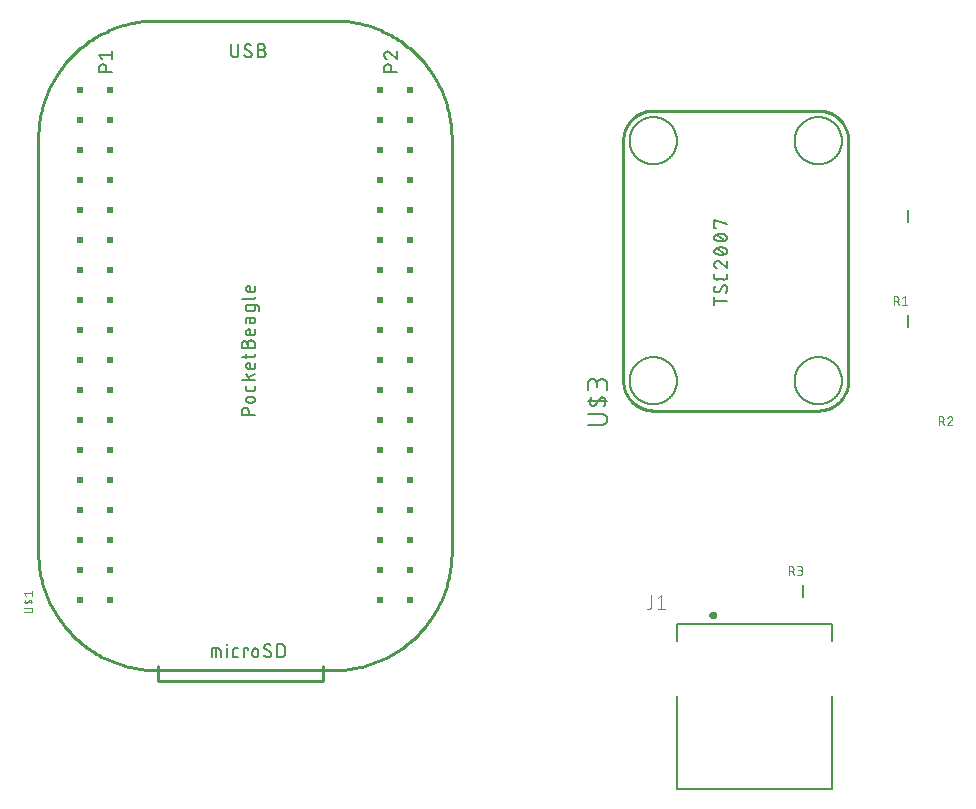
<source format=gbr>
G04 EAGLE Gerber RS-274X export*
G75*
%MOMM*%
%FSLAX34Y34*%
%LPD*%
%INSilkscreen Top*%
%IPPOS*%
%AMOC8*
5,1,8,0,0,1.08239X$1,22.5*%
G01*
%ADD10R,0.508000X0.508000*%
%ADD11C,0.254000*%
%ADD12C,0.152400*%
%ADD13C,0.101600*%
%ADD14C,0.203200*%
%ADD15C,0.127000*%
%ADD16C,0.076200*%
%ADD17C,0.300000*%


D10*
X98800Y588600D03*
X124200Y588600D03*
X124200Y563200D03*
X98800Y563200D03*
X124200Y537800D03*
X98800Y537800D03*
X124200Y512400D03*
X124200Y487000D03*
X124200Y461600D03*
X98800Y512400D03*
X98800Y487000D03*
X98800Y461600D03*
X124200Y436200D03*
X98800Y436200D03*
X124200Y410800D03*
X98800Y410800D03*
X124200Y385400D03*
X98800Y385400D03*
X124200Y360000D03*
X98800Y360000D03*
X124200Y334600D03*
X98800Y334600D03*
X124200Y309200D03*
X98800Y309200D03*
X124200Y283800D03*
X98800Y283800D03*
X124200Y258400D03*
X98800Y258400D03*
X124200Y233000D03*
X98800Y233000D03*
X124200Y207600D03*
X98800Y207600D03*
X124200Y182200D03*
X98800Y182200D03*
X124200Y156800D03*
X98800Y156800D03*
X352800Y588600D03*
X378200Y588600D03*
X378200Y563200D03*
X352800Y563200D03*
X378200Y537800D03*
X352800Y537800D03*
X378200Y512400D03*
X378200Y487000D03*
X378200Y461600D03*
X352800Y512400D03*
X352800Y487000D03*
X352800Y461600D03*
X378200Y436200D03*
X352800Y436200D03*
X378200Y410800D03*
X352800Y410800D03*
X378200Y385400D03*
X352800Y385400D03*
X378200Y360000D03*
X352800Y360000D03*
X378200Y334600D03*
X352800Y334600D03*
X378200Y309200D03*
X352800Y309200D03*
X378200Y283800D03*
X352800Y283800D03*
X378200Y258400D03*
X352800Y258400D03*
X378200Y233000D03*
X352800Y233000D03*
X378200Y207600D03*
X352800Y207600D03*
X378200Y182200D03*
X352800Y182200D03*
X378200Y156800D03*
X352800Y156800D03*
D11*
X413500Y547700D02*
X413471Y550116D01*
X413383Y552531D01*
X413237Y554943D01*
X413033Y557351D01*
X412771Y559754D01*
X412451Y562149D01*
X412073Y564536D01*
X411637Y566913D01*
X411144Y569278D01*
X410594Y571632D01*
X409988Y573971D01*
X409325Y576295D01*
X408606Y578602D01*
X407831Y580891D01*
X407002Y583160D01*
X406117Y585409D01*
X405179Y587636D01*
X404187Y589840D01*
X403143Y592019D01*
X402046Y594172D01*
X400897Y596298D01*
X399697Y598396D01*
X398447Y600464D01*
X397147Y602501D01*
X395798Y604506D01*
X394402Y606479D01*
X392958Y608416D01*
X391467Y610319D01*
X389932Y612184D01*
X388351Y614012D01*
X386727Y615802D01*
X385060Y617551D01*
X383351Y619260D01*
X381602Y620927D01*
X379812Y622551D01*
X377984Y624132D01*
X376119Y625667D01*
X374216Y627158D01*
X372279Y628602D01*
X370306Y629998D01*
X368301Y631347D01*
X366264Y632647D01*
X364196Y633897D01*
X362098Y635097D01*
X359972Y636246D01*
X357819Y637343D01*
X355640Y638387D01*
X353436Y639379D01*
X351209Y640317D01*
X348960Y641202D01*
X346691Y642031D01*
X344402Y642806D01*
X342095Y643525D01*
X339771Y644188D01*
X337432Y644794D01*
X335078Y645344D01*
X332713Y645837D01*
X330336Y646273D01*
X327949Y646651D01*
X325554Y646971D01*
X323151Y647233D01*
X320743Y647437D01*
X318331Y647583D01*
X315916Y647671D01*
X313500Y647700D01*
X163500Y647700D02*
X161084Y647671D01*
X158669Y647583D01*
X156257Y647437D01*
X153849Y647233D01*
X151446Y646971D01*
X149051Y646651D01*
X146664Y646273D01*
X144287Y645837D01*
X141922Y645344D01*
X139568Y644794D01*
X137229Y644188D01*
X134905Y643525D01*
X132598Y642806D01*
X130309Y642031D01*
X128040Y641202D01*
X125791Y640317D01*
X123564Y639379D01*
X121360Y638387D01*
X119181Y637343D01*
X117028Y636246D01*
X114902Y635097D01*
X112804Y633897D01*
X110736Y632647D01*
X108699Y631347D01*
X106694Y629998D01*
X104721Y628602D01*
X102784Y627158D01*
X100881Y625667D01*
X99016Y624132D01*
X97188Y622551D01*
X95398Y620927D01*
X93649Y619260D01*
X91940Y617551D01*
X90273Y615802D01*
X88649Y614012D01*
X87068Y612184D01*
X85533Y610319D01*
X84042Y608416D01*
X82598Y606479D01*
X81202Y604506D01*
X79853Y602501D01*
X78553Y600464D01*
X77303Y598396D01*
X76103Y596298D01*
X74954Y594172D01*
X73857Y592019D01*
X72813Y589840D01*
X71821Y587636D01*
X70883Y585409D01*
X69998Y583160D01*
X69169Y580891D01*
X68394Y578602D01*
X67675Y576295D01*
X67012Y573971D01*
X66406Y571632D01*
X65856Y569278D01*
X65363Y566913D01*
X64927Y564536D01*
X64549Y562149D01*
X64229Y559754D01*
X63967Y557351D01*
X63763Y554943D01*
X63617Y552531D01*
X63529Y550116D01*
X63500Y547700D01*
X63500Y197700D02*
X63529Y195284D01*
X63617Y192869D01*
X63763Y190457D01*
X63967Y188049D01*
X64229Y185646D01*
X64549Y183251D01*
X64927Y180864D01*
X65363Y178487D01*
X65856Y176122D01*
X66406Y173768D01*
X67012Y171429D01*
X67675Y169105D01*
X68394Y166798D01*
X69169Y164509D01*
X69998Y162240D01*
X70883Y159991D01*
X71821Y157764D01*
X72813Y155560D01*
X73857Y153381D01*
X74954Y151228D01*
X76103Y149102D01*
X77303Y147004D01*
X78553Y144936D01*
X79853Y142899D01*
X81202Y140894D01*
X82598Y138921D01*
X84042Y136984D01*
X85533Y135081D01*
X87068Y133216D01*
X88649Y131388D01*
X90273Y129598D01*
X91940Y127849D01*
X93649Y126140D01*
X95398Y124473D01*
X97188Y122849D01*
X99016Y121268D01*
X100881Y119733D01*
X102784Y118242D01*
X104721Y116798D01*
X106694Y115402D01*
X108699Y114053D01*
X110736Y112753D01*
X112804Y111503D01*
X114902Y110303D01*
X117028Y109154D01*
X119181Y108057D01*
X121360Y107013D01*
X123564Y106021D01*
X125791Y105083D01*
X128040Y104198D01*
X130309Y103369D01*
X132598Y102594D01*
X134905Y101875D01*
X137229Y101212D01*
X139568Y100606D01*
X141922Y100056D01*
X144287Y99563D01*
X146664Y99127D01*
X149051Y98749D01*
X151446Y98429D01*
X153849Y98167D01*
X156257Y97963D01*
X158669Y97817D01*
X161084Y97729D01*
X163500Y97700D01*
X313500Y97700D02*
X315916Y97729D01*
X318331Y97817D01*
X320743Y97963D01*
X323151Y98167D01*
X325554Y98429D01*
X327949Y98749D01*
X330336Y99127D01*
X332713Y99563D01*
X335078Y100056D01*
X337432Y100606D01*
X339771Y101212D01*
X342095Y101875D01*
X344402Y102594D01*
X346691Y103369D01*
X348960Y104198D01*
X351209Y105083D01*
X353436Y106021D01*
X355640Y107013D01*
X357819Y108057D01*
X359972Y109154D01*
X362098Y110303D01*
X364196Y111503D01*
X366264Y112753D01*
X368301Y114053D01*
X370306Y115402D01*
X372279Y116798D01*
X374216Y118242D01*
X376119Y119733D01*
X377984Y121268D01*
X379812Y122849D01*
X381602Y124473D01*
X383351Y126140D01*
X385060Y127849D01*
X386727Y129598D01*
X388351Y131388D01*
X389932Y133216D01*
X391467Y135081D01*
X392958Y136984D01*
X394402Y138921D01*
X395798Y140894D01*
X397147Y142899D01*
X398447Y144936D01*
X399697Y147004D01*
X400897Y149102D01*
X402046Y151228D01*
X403143Y153381D01*
X404187Y155560D01*
X405179Y157764D01*
X406117Y159991D01*
X407002Y162240D01*
X407831Y164509D01*
X408606Y166798D01*
X409325Y169105D01*
X409988Y171429D01*
X410594Y173768D01*
X411144Y176122D01*
X411637Y178487D01*
X412073Y180864D01*
X412451Y183251D01*
X412771Y185646D01*
X413033Y188049D01*
X413237Y190457D01*
X413383Y192869D01*
X413471Y195284D01*
X413500Y197700D01*
D12*
X246888Y313606D02*
X235712Y313606D01*
X235712Y316710D01*
X235714Y316821D01*
X235720Y316931D01*
X235730Y317042D01*
X235744Y317152D01*
X235761Y317261D01*
X235783Y317370D01*
X235808Y317478D01*
X235838Y317584D01*
X235871Y317690D01*
X235908Y317795D01*
X235948Y317898D01*
X235993Y317999D01*
X236040Y318099D01*
X236092Y318198D01*
X236147Y318294D01*
X236205Y318388D01*
X236266Y318480D01*
X236331Y318570D01*
X236399Y318658D01*
X236470Y318743D01*
X236544Y318825D01*
X236621Y318905D01*
X236701Y318982D01*
X236783Y319056D01*
X236868Y319127D01*
X236956Y319195D01*
X237046Y319260D01*
X237138Y319321D01*
X237232Y319379D01*
X237328Y319434D01*
X237427Y319486D01*
X237527Y319533D01*
X237628Y319578D01*
X237731Y319618D01*
X237836Y319655D01*
X237942Y319688D01*
X238048Y319718D01*
X238156Y319743D01*
X238265Y319765D01*
X238374Y319782D01*
X238484Y319796D01*
X238595Y319806D01*
X238705Y319812D01*
X238816Y319814D01*
X238927Y319812D01*
X239037Y319806D01*
X239148Y319796D01*
X239258Y319782D01*
X239367Y319765D01*
X239476Y319743D01*
X239584Y319718D01*
X239690Y319688D01*
X239796Y319655D01*
X239901Y319618D01*
X240004Y319578D01*
X240105Y319533D01*
X240205Y319486D01*
X240304Y319434D01*
X240400Y319379D01*
X240494Y319321D01*
X240586Y319260D01*
X240676Y319195D01*
X240764Y319127D01*
X240849Y319056D01*
X240931Y318982D01*
X241011Y318905D01*
X241088Y318825D01*
X241162Y318743D01*
X241233Y318658D01*
X241301Y318570D01*
X241366Y318480D01*
X241427Y318388D01*
X241485Y318294D01*
X241540Y318198D01*
X241592Y318099D01*
X241639Y317999D01*
X241684Y317898D01*
X241724Y317795D01*
X241761Y317690D01*
X241794Y317584D01*
X241824Y317478D01*
X241849Y317370D01*
X241871Y317261D01*
X241888Y317152D01*
X241902Y317042D01*
X241912Y316931D01*
X241918Y316821D01*
X241920Y316710D01*
X241921Y316710D02*
X241921Y313606D01*
X241921Y324302D02*
X244404Y324302D01*
X241921Y324301D02*
X241822Y324303D01*
X241724Y324309D01*
X241625Y324319D01*
X241528Y324332D01*
X241430Y324350D01*
X241334Y324371D01*
X241238Y324397D01*
X241144Y324426D01*
X241051Y324458D01*
X240959Y324495D01*
X240869Y324535D01*
X240780Y324579D01*
X240693Y324626D01*
X240608Y324676D01*
X240526Y324730D01*
X240445Y324787D01*
X240367Y324847D01*
X240291Y324911D01*
X240218Y324977D01*
X240147Y325046D01*
X240079Y325118D01*
X240015Y325193D01*
X239953Y325270D01*
X239894Y325349D01*
X239839Y325431D01*
X239786Y325515D01*
X239738Y325600D01*
X239692Y325688D01*
X239650Y325778D01*
X239612Y325869D01*
X239578Y325961D01*
X239547Y326055D01*
X239520Y326150D01*
X239496Y326246D01*
X239477Y326343D01*
X239461Y326440D01*
X239449Y326538D01*
X239441Y326637D01*
X239437Y326736D01*
X239437Y326834D01*
X239441Y326933D01*
X239449Y327032D01*
X239461Y327130D01*
X239477Y327227D01*
X239496Y327324D01*
X239520Y327420D01*
X239547Y327515D01*
X239578Y327609D01*
X239612Y327701D01*
X239650Y327792D01*
X239692Y327882D01*
X239738Y327970D01*
X239786Y328055D01*
X239839Y328139D01*
X239894Y328221D01*
X239953Y328300D01*
X240015Y328377D01*
X240079Y328452D01*
X240147Y328524D01*
X240218Y328593D01*
X240291Y328659D01*
X240367Y328723D01*
X240445Y328783D01*
X240526Y328840D01*
X240608Y328894D01*
X240693Y328944D01*
X240780Y328991D01*
X240869Y329035D01*
X240959Y329075D01*
X241051Y329112D01*
X241144Y329144D01*
X241238Y329173D01*
X241334Y329199D01*
X241430Y329220D01*
X241528Y329238D01*
X241625Y329251D01*
X241724Y329261D01*
X241822Y329267D01*
X241921Y329269D01*
X244404Y329269D01*
X244503Y329267D01*
X244601Y329261D01*
X244700Y329251D01*
X244797Y329238D01*
X244895Y329220D01*
X244991Y329199D01*
X245087Y329173D01*
X245181Y329144D01*
X245274Y329112D01*
X245366Y329075D01*
X245456Y329035D01*
X245545Y328991D01*
X245632Y328944D01*
X245717Y328894D01*
X245799Y328840D01*
X245880Y328783D01*
X245958Y328723D01*
X246034Y328659D01*
X246107Y328593D01*
X246178Y328524D01*
X246246Y328452D01*
X246310Y328377D01*
X246372Y328300D01*
X246431Y328221D01*
X246486Y328139D01*
X246539Y328055D01*
X246587Y327970D01*
X246633Y327882D01*
X246675Y327792D01*
X246713Y327701D01*
X246747Y327609D01*
X246778Y327515D01*
X246805Y327420D01*
X246829Y327324D01*
X246848Y327227D01*
X246864Y327130D01*
X246876Y327032D01*
X246884Y326933D01*
X246888Y326834D01*
X246888Y326736D01*
X246884Y326637D01*
X246876Y326538D01*
X246864Y326440D01*
X246848Y326343D01*
X246829Y326246D01*
X246805Y326150D01*
X246778Y326055D01*
X246747Y325961D01*
X246713Y325869D01*
X246675Y325778D01*
X246633Y325688D01*
X246587Y325600D01*
X246539Y325515D01*
X246486Y325431D01*
X246431Y325349D01*
X246372Y325270D01*
X246310Y325193D01*
X246246Y325118D01*
X246178Y325046D01*
X246107Y324977D01*
X246034Y324911D01*
X245958Y324847D01*
X245880Y324787D01*
X245799Y324730D01*
X245717Y324676D01*
X245632Y324626D01*
X245545Y324579D01*
X245456Y324535D01*
X245366Y324495D01*
X245274Y324458D01*
X245181Y324426D01*
X245087Y324397D01*
X244991Y324371D01*
X244895Y324350D01*
X244797Y324332D01*
X244700Y324319D01*
X244601Y324309D01*
X244503Y324303D01*
X244404Y324301D01*
X246888Y336087D02*
X246888Y338570D01*
X246888Y336087D02*
X246886Y336001D01*
X246880Y335915D01*
X246870Y335830D01*
X246856Y335745D01*
X246839Y335660D01*
X246817Y335577D01*
X246791Y335495D01*
X246762Y335414D01*
X246729Y335335D01*
X246693Y335257D01*
X246653Y335180D01*
X246609Y335106D01*
X246562Y335034D01*
X246512Y334964D01*
X246458Y334897D01*
X246402Y334832D01*
X246342Y334770D01*
X246280Y334710D01*
X246215Y334654D01*
X246148Y334600D01*
X246078Y334550D01*
X246006Y334503D01*
X245932Y334459D01*
X245855Y334419D01*
X245778Y334383D01*
X245698Y334350D01*
X245617Y334321D01*
X245535Y334295D01*
X245452Y334273D01*
X245367Y334256D01*
X245282Y334242D01*
X245197Y334232D01*
X245111Y334226D01*
X245025Y334224D01*
X241300Y334224D01*
X241216Y334226D01*
X241133Y334231D01*
X241050Y334241D01*
X240967Y334254D01*
X240885Y334271D01*
X240804Y334291D01*
X240724Y334315D01*
X240645Y334343D01*
X240568Y334374D01*
X240492Y334408D01*
X240417Y334446D01*
X240344Y334488D01*
X240274Y334532D01*
X240205Y334580D01*
X240138Y334630D01*
X240074Y334684D01*
X240013Y334740D01*
X239953Y334800D01*
X239897Y334861D01*
X239843Y334925D01*
X239793Y334992D01*
X239745Y335061D01*
X239701Y335131D01*
X239659Y335204D01*
X239621Y335279D01*
X239587Y335355D01*
X239556Y335432D01*
X239528Y335511D01*
X239504Y335591D01*
X239484Y335672D01*
X239467Y335754D01*
X239454Y335837D01*
X239444Y335920D01*
X239439Y336003D01*
X239437Y336087D01*
X239437Y338570D01*
X235712Y343521D02*
X246888Y343521D01*
X243163Y343521D02*
X239437Y348488D01*
X241610Y345694D02*
X246888Y348488D01*
X246888Y354739D02*
X246888Y357844D01*
X246888Y354739D02*
X246886Y354653D01*
X246880Y354567D01*
X246870Y354482D01*
X246856Y354397D01*
X246839Y354312D01*
X246817Y354229D01*
X246791Y354147D01*
X246762Y354066D01*
X246729Y353987D01*
X246693Y353909D01*
X246653Y353832D01*
X246609Y353758D01*
X246562Y353686D01*
X246512Y353616D01*
X246458Y353549D01*
X246402Y353484D01*
X246342Y353422D01*
X246280Y353362D01*
X246215Y353306D01*
X246148Y353252D01*
X246078Y353202D01*
X246006Y353155D01*
X245932Y353111D01*
X245855Y353071D01*
X245778Y353035D01*
X245698Y353002D01*
X245617Y352973D01*
X245535Y352947D01*
X245452Y352925D01*
X245367Y352908D01*
X245282Y352894D01*
X245197Y352884D01*
X245111Y352878D01*
X245025Y352876D01*
X245025Y352877D02*
X241921Y352877D01*
X241921Y352876D02*
X241822Y352878D01*
X241724Y352884D01*
X241625Y352894D01*
X241528Y352907D01*
X241430Y352925D01*
X241334Y352946D01*
X241238Y352972D01*
X241144Y353001D01*
X241051Y353033D01*
X240959Y353070D01*
X240869Y353110D01*
X240780Y353154D01*
X240693Y353201D01*
X240608Y353251D01*
X240526Y353305D01*
X240445Y353362D01*
X240367Y353422D01*
X240291Y353486D01*
X240218Y353552D01*
X240147Y353621D01*
X240079Y353693D01*
X240015Y353768D01*
X239953Y353845D01*
X239894Y353924D01*
X239839Y354006D01*
X239786Y354090D01*
X239738Y354175D01*
X239692Y354263D01*
X239650Y354353D01*
X239612Y354444D01*
X239578Y354536D01*
X239547Y354630D01*
X239520Y354725D01*
X239496Y354821D01*
X239477Y354918D01*
X239461Y355015D01*
X239449Y355113D01*
X239441Y355212D01*
X239437Y355311D01*
X239437Y355409D01*
X239441Y355508D01*
X239449Y355607D01*
X239461Y355705D01*
X239477Y355802D01*
X239496Y355899D01*
X239520Y355995D01*
X239547Y356090D01*
X239578Y356184D01*
X239612Y356276D01*
X239650Y356367D01*
X239692Y356457D01*
X239738Y356545D01*
X239786Y356630D01*
X239839Y356714D01*
X239894Y356796D01*
X239953Y356875D01*
X240015Y356952D01*
X240079Y357027D01*
X240147Y357099D01*
X240218Y357168D01*
X240291Y357234D01*
X240367Y357298D01*
X240445Y357358D01*
X240526Y357415D01*
X240608Y357469D01*
X240693Y357519D01*
X240780Y357566D01*
X240869Y357610D01*
X240959Y357650D01*
X241051Y357687D01*
X241144Y357719D01*
X241238Y357748D01*
X241334Y357774D01*
X241430Y357795D01*
X241528Y357813D01*
X241625Y357826D01*
X241724Y357836D01*
X241822Y357842D01*
X241921Y357844D01*
X243163Y357844D01*
X243163Y352877D01*
X239437Y361764D02*
X239437Y365489D01*
X235712Y363006D02*
X245025Y363006D01*
X245025Y363005D02*
X245109Y363007D01*
X245192Y363013D01*
X245275Y363022D01*
X245358Y363035D01*
X245440Y363052D01*
X245521Y363072D01*
X245601Y363096D01*
X245680Y363124D01*
X245757Y363155D01*
X245833Y363189D01*
X245908Y363227D01*
X245981Y363269D01*
X246051Y363313D01*
X246120Y363361D01*
X246187Y363411D01*
X246251Y363465D01*
X246312Y363521D01*
X246372Y363581D01*
X246428Y363642D01*
X246482Y363706D01*
X246532Y363773D01*
X246580Y363842D01*
X246624Y363912D01*
X246666Y363985D01*
X246704Y364060D01*
X246738Y364136D01*
X246769Y364213D01*
X246797Y364292D01*
X246821Y364372D01*
X246841Y364453D01*
X246858Y364535D01*
X246871Y364618D01*
X246881Y364701D01*
X246886Y364784D01*
X246888Y364868D01*
X246888Y365489D01*
X240679Y370755D02*
X240679Y373860D01*
X240680Y373860D02*
X240682Y373971D01*
X240688Y374081D01*
X240698Y374192D01*
X240712Y374302D01*
X240729Y374411D01*
X240751Y374520D01*
X240776Y374628D01*
X240806Y374734D01*
X240839Y374840D01*
X240876Y374945D01*
X240916Y375048D01*
X240961Y375149D01*
X241008Y375249D01*
X241060Y375348D01*
X241115Y375444D01*
X241173Y375538D01*
X241234Y375630D01*
X241299Y375720D01*
X241367Y375808D01*
X241438Y375893D01*
X241512Y375975D01*
X241589Y376055D01*
X241669Y376132D01*
X241751Y376206D01*
X241836Y376277D01*
X241924Y376345D01*
X242014Y376410D01*
X242106Y376471D01*
X242200Y376529D01*
X242296Y376584D01*
X242395Y376636D01*
X242495Y376683D01*
X242596Y376728D01*
X242699Y376768D01*
X242804Y376805D01*
X242910Y376838D01*
X243016Y376868D01*
X243124Y376893D01*
X243233Y376915D01*
X243342Y376932D01*
X243452Y376946D01*
X243563Y376956D01*
X243673Y376962D01*
X243784Y376964D01*
X243895Y376962D01*
X244005Y376956D01*
X244116Y376946D01*
X244226Y376932D01*
X244335Y376915D01*
X244444Y376893D01*
X244552Y376868D01*
X244658Y376838D01*
X244764Y376805D01*
X244869Y376768D01*
X244972Y376728D01*
X245073Y376683D01*
X245173Y376636D01*
X245272Y376584D01*
X245368Y376529D01*
X245462Y376471D01*
X245554Y376410D01*
X245644Y376345D01*
X245732Y376277D01*
X245817Y376206D01*
X245899Y376132D01*
X245979Y376055D01*
X246056Y375975D01*
X246130Y375893D01*
X246201Y375808D01*
X246269Y375720D01*
X246334Y375630D01*
X246395Y375538D01*
X246453Y375444D01*
X246508Y375348D01*
X246560Y375249D01*
X246607Y375149D01*
X246652Y375048D01*
X246692Y374945D01*
X246729Y374840D01*
X246762Y374734D01*
X246792Y374628D01*
X246817Y374520D01*
X246839Y374411D01*
X246856Y374302D01*
X246870Y374192D01*
X246880Y374081D01*
X246886Y373971D01*
X246888Y373860D01*
X246888Y370755D01*
X235712Y370755D01*
X235712Y373860D01*
X235714Y373959D01*
X235720Y374057D01*
X235730Y374156D01*
X235743Y374253D01*
X235761Y374351D01*
X235782Y374447D01*
X235808Y374543D01*
X235837Y374637D01*
X235869Y374730D01*
X235906Y374822D01*
X235946Y374912D01*
X235990Y375001D01*
X236037Y375088D01*
X236087Y375173D01*
X236141Y375255D01*
X236198Y375336D01*
X236258Y375414D01*
X236322Y375490D01*
X236388Y375563D01*
X236457Y375634D01*
X236529Y375702D01*
X236604Y375766D01*
X236681Y375828D01*
X236760Y375887D01*
X236842Y375942D01*
X236926Y375995D01*
X237011Y376043D01*
X237099Y376089D01*
X237189Y376131D01*
X237280Y376169D01*
X237372Y376203D01*
X237466Y376234D01*
X237561Y376261D01*
X237657Y376285D01*
X237754Y376304D01*
X237851Y376320D01*
X237949Y376332D01*
X238048Y376340D01*
X238147Y376344D01*
X238245Y376344D01*
X238344Y376340D01*
X238443Y376332D01*
X238541Y376320D01*
X238638Y376304D01*
X238735Y376285D01*
X238831Y376261D01*
X238926Y376234D01*
X239020Y376203D01*
X239112Y376169D01*
X239203Y376131D01*
X239293Y376089D01*
X239381Y376043D01*
X239466Y375995D01*
X239550Y375942D01*
X239632Y375887D01*
X239711Y375828D01*
X239788Y375766D01*
X239863Y375702D01*
X239935Y375634D01*
X240004Y375563D01*
X240070Y375490D01*
X240134Y375414D01*
X240194Y375336D01*
X240251Y375255D01*
X240305Y375173D01*
X240355Y375088D01*
X240402Y375001D01*
X240446Y374912D01*
X240486Y374822D01*
X240523Y374730D01*
X240555Y374637D01*
X240584Y374543D01*
X240610Y374447D01*
X240631Y374351D01*
X240649Y374253D01*
X240662Y374156D01*
X240672Y374057D01*
X240678Y373959D01*
X240680Y373860D01*
X246888Y383314D02*
X246888Y386419D01*
X246888Y383314D02*
X246886Y383228D01*
X246880Y383142D01*
X246870Y383057D01*
X246856Y382972D01*
X246839Y382887D01*
X246817Y382804D01*
X246791Y382722D01*
X246762Y382641D01*
X246729Y382562D01*
X246693Y382484D01*
X246653Y382407D01*
X246609Y382333D01*
X246562Y382261D01*
X246512Y382191D01*
X246458Y382124D01*
X246402Y382059D01*
X246342Y381997D01*
X246280Y381937D01*
X246215Y381881D01*
X246148Y381827D01*
X246078Y381777D01*
X246006Y381730D01*
X245932Y381686D01*
X245855Y381646D01*
X245778Y381610D01*
X245698Y381577D01*
X245617Y381548D01*
X245535Y381522D01*
X245452Y381500D01*
X245367Y381483D01*
X245282Y381469D01*
X245197Y381459D01*
X245111Y381453D01*
X245025Y381451D01*
X245025Y381452D02*
X241921Y381452D01*
X241921Y381451D02*
X241822Y381453D01*
X241724Y381459D01*
X241625Y381469D01*
X241528Y381482D01*
X241430Y381500D01*
X241334Y381521D01*
X241238Y381547D01*
X241144Y381576D01*
X241051Y381608D01*
X240959Y381645D01*
X240869Y381685D01*
X240780Y381729D01*
X240693Y381776D01*
X240608Y381826D01*
X240526Y381880D01*
X240445Y381937D01*
X240367Y381997D01*
X240291Y382061D01*
X240218Y382127D01*
X240147Y382196D01*
X240079Y382268D01*
X240015Y382343D01*
X239953Y382420D01*
X239894Y382499D01*
X239839Y382581D01*
X239786Y382665D01*
X239738Y382750D01*
X239692Y382838D01*
X239650Y382928D01*
X239612Y383019D01*
X239578Y383111D01*
X239547Y383205D01*
X239520Y383300D01*
X239496Y383396D01*
X239477Y383493D01*
X239461Y383590D01*
X239449Y383688D01*
X239441Y383787D01*
X239437Y383886D01*
X239437Y383984D01*
X239441Y384083D01*
X239449Y384182D01*
X239461Y384280D01*
X239477Y384377D01*
X239496Y384474D01*
X239520Y384570D01*
X239547Y384665D01*
X239578Y384759D01*
X239612Y384851D01*
X239650Y384942D01*
X239692Y385032D01*
X239738Y385120D01*
X239786Y385205D01*
X239839Y385289D01*
X239894Y385371D01*
X239953Y385450D01*
X240015Y385527D01*
X240079Y385602D01*
X240147Y385674D01*
X240218Y385743D01*
X240291Y385809D01*
X240367Y385873D01*
X240445Y385933D01*
X240526Y385990D01*
X240608Y386044D01*
X240693Y386094D01*
X240780Y386141D01*
X240869Y386185D01*
X240959Y386225D01*
X241051Y386262D01*
X241144Y386294D01*
X241238Y386323D01*
X241334Y386349D01*
X241430Y386370D01*
X241528Y386388D01*
X241625Y386401D01*
X241724Y386411D01*
X241822Y386417D01*
X241921Y386419D01*
X243163Y386419D01*
X243163Y381452D01*
X242542Y393457D02*
X242542Y396251D01*
X242542Y393457D02*
X242544Y393365D01*
X242550Y393273D01*
X242560Y393181D01*
X242573Y393090D01*
X242591Y392999D01*
X242612Y392909D01*
X242637Y392821D01*
X242666Y392733D01*
X242699Y392647D01*
X242735Y392562D01*
X242775Y392479D01*
X242818Y392397D01*
X242865Y392318D01*
X242915Y392240D01*
X242968Y392165D01*
X243024Y392092D01*
X243084Y392021D01*
X243146Y391953D01*
X243211Y391888D01*
X243279Y391826D01*
X243350Y391766D01*
X243423Y391710D01*
X243498Y391657D01*
X243576Y391607D01*
X243655Y391560D01*
X243737Y391517D01*
X243820Y391477D01*
X243905Y391441D01*
X243991Y391408D01*
X244079Y391379D01*
X244167Y391354D01*
X244257Y391333D01*
X244348Y391315D01*
X244439Y391302D01*
X244531Y391292D01*
X244623Y391286D01*
X244715Y391284D01*
X244807Y391286D01*
X244899Y391292D01*
X244991Y391302D01*
X245082Y391315D01*
X245173Y391333D01*
X245263Y391354D01*
X245351Y391379D01*
X245439Y391408D01*
X245525Y391441D01*
X245610Y391477D01*
X245693Y391517D01*
X245775Y391560D01*
X245854Y391607D01*
X245932Y391657D01*
X246007Y391710D01*
X246080Y391766D01*
X246151Y391826D01*
X246219Y391888D01*
X246284Y391953D01*
X246346Y392021D01*
X246406Y392092D01*
X246462Y392165D01*
X246515Y392240D01*
X246565Y392318D01*
X246612Y392397D01*
X246655Y392479D01*
X246695Y392562D01*
X246731Y392647D01*
X246764Y392733D01*
X246793Y392821D01*
X246818Y392909D01*
X246839Y392999D01*
X246857Y393090D01*
X246870Y393181D01*
X246880Y393273D01*
X246886Y393365D01*
X246888Y393457D01*
X246888Y396251D01*
X241300Y396251D01*
X241214Y396249D01*
X241128Y396243D01*
X241043Y396233D01*
X240958Y396219D01*
X240873Y396202D01*
X240790Y396180D01*
X240708Y396154D01*
X240627Y396125D01*
X240548Y396092D01*
X240470Y396056D01*
X240393Y396016D01*
X240319Y395972D01*
X240247Y395925D01*
X240177Y395875D01*
X240110Y395821D01*
X240045Y395765D01*
X239983Y395705D01*
X239923Y395643D01*
X239867Y395578D01*
X239813Y395511D01*
X239763Y395441D01*
X239716Y395369D01*
X239672Y395295D01*
X239632Y395218D01*
X239596Y395141D01*
X239563Y395061D01*
X239534Y394980D01*
X239508Y394898D01*
X239486Y394815D01*
X239469Y394730D01*
X239455Y394645D01*
X239445Y394560D01*
X239439Y394474D01*
X239437Y394388D01*
X239437Y391905D01*
X246888Y403433D02*
X246888Y406538D01*
X246888Y403433D02*
X246886Y403347D01*
X246880Y403261D01*
X246870Y403176D01*
X246856Y403091D01*
X246839Y403006D01*
X246817Y402923D01*
X246791Y402841D01*
X246762Y402760D01*
X246729Y402681D01*
X246693Y402603D01*
X246653Y402526D01*
X246609Y402452D01*
X246562Y402380D01*
X246512Y402310D01*
X246458Y402243D01*
X246402Y402178D01*
X246342Y402116D01*
X246280Y402056D01*
X246215Y402000D01*
X246148Y401946D01*
X246078Y401896D01*
X246006Y401849D01*
X245932Y401805D01*
X245855Y401765D01*
X245778Y401729D01*
X245698Y401696D01*
X245617Y401667D01*
X245535Y401641D01*
X245452Y401619D01*
X245367Y401602D01*
X245282Y401588D01*
X245197Y401578D01*
X245111Y401572D01*
X245025Y401570D01*
X245025Y401571D02*
X241300Y401571D01*
X241300Y401570D02*
X241216Y401572D01*
X241133Y401577D01*
X241050Y401587D01*
X240967Y401600D01*
X240885Y401617D01*
X240804Y401637D01*
X240724Y401661D01*
X240645Y401689D01*
X240568Y401720D01*
X240492Y401754D01*
X240417Y401792D01*
X240344Y401834D01*
X240274Y401878D01*
X240205Y401926D01*
X240138Y401976D01*
X240074Y402030D01*
X240013Y402086D01*
X239953Y402146D01*
X239897Y402207D01*
X239843Y402271D01*
X239793Y402338D01*
X239745Y402407D01*
X239701Y402477D01*
X239659Y402550D01*
X239621Y402625D01*
X239587Y402701D01*
X239556Y402778D01*
X239528Y402857D01*
X239504Y402937D01*
X239484Y403018D01*
X239467Y403100D01*
X239454Y403183D01*
X239444Y403266D01*
X239439Y403349D01*
X239437Y403433D01*
X239437Y406538D01*
X248751Y406538D01*
X248835Y406536D01*
X248918Y406531D01*
X249001Y406521D01*
X249084Y406508D01*
X249166Y406491D01*
X249247Y406471D01*
X249327Y406447D01*
X249406Y406419D01*
X249483Y406388D01*
X249559Y406354D01*
X249634Y406316D01*
X249707Y406274D01*
X249777Y406230D01*
X249846Y406182D01*
X249913Y406132D01*
X249977Y406078D01*
X250038Y406022D01*
X250098Y405962D01*
X250154Y405901D01*
X250208Y405837D01*
X250258Y405770D01*
X250306Y405701D01*
X250350Y405631D01*
X250392Y405558D01*
X250430Y405483D01*
X250464Y405407D01*
X250495Y405330D01*
X250523Y405251D01*
X250547Y405171D01*
X250567Y405090D01*
X250584Y405008D01*
X250597Y404925D01*
X250607Y404842D01*
X250612Y404759D01*
X250614Y404675D01*
X250613Y404675D02*
X250613Y402192D01*
X245025Y412023D02*
X235712Y412023D01*
X245025Y412023D02*
X245109Y412025D01*
X245192Y412031D01*
X245275Y412040D01*
X245358Y412053D01*
X245440Y412070D01*
X245521Y412090D01*
X245601Y412114D01*
X245680Y412142D01*
X245757Y412173D01*
X245833Y412207D01*
X245908Y412245D01*
X245981Y412287D01*
X246051Y412331D01*
X246120Y412379D01*
X246187Y412429D01*
X246251Y412483D01*
X246312Y412539D01*
X246372Y412599D01*
X246428Y412660D01*
X246482Y412724D01*
X246532Y412791D01*
X246580Y412860D01*
X246624Y412930D01*
X246666Y413003D01*
X246704Y413078D01*
X246738Y413154D01*
X246769Y413231D01*
X246797Y413310D01*
X246821Y413390D01*
X246841Y413471D01*
X246858Y413553D01*
X246871Y413636D01*
X246881Y413719D01*
X246886Y413802D01*
X246888Y413886D01*
X246888Y419890D02*
X246888Y422994D01*
X246888Y419890D02*
X246886Y419804D01*
X246880Y419718D01*
X246870Y419633D01*
X246856Y419548D01*
X246839Y419463D01*
X246817Y419380D01*
X246791Y419298D01*
X246762Y419217D01*
X246729Y419138D01*
X246693Y419060D01*
X246653Y418983D01*
X246609Y418909D01*
X246562Y418837D01*
X246512Y418767D01*
X246458Y418700D01*
X246402Y418635D01*
X246342Y418573D01*
X246280Y418513D01*
X246215Y418457D01*
X246148Y418403D01*
X246078Y418353D01*
X246006Y418306D01*
X245932Y418262D01*
X245855Y418222D01*
X245778Y418186D01*
X245698Y418153D01*
X245617Y418124D01*
X245535Y418098D01*
X245452Y418076D01*
X245367Y418059D01*
X245282Y418045D01*
X245197Y418035D01*
X245111Y418029D01*
X245025Y418027D01*
X241921Y418027D01*
X241822Y418029D01*
X241724Y418035D01*
X241625Y418045D01*
X241528Y418058D01*
X241430Y418076D01*
X241334Y418097D01*
X241238Y418123D01*
X241144Y418152D01*
X241051Y418184D01*
X240959Y418221D01*
X240869Y418261D01*
X240780Y418305D01*
X240693Y418352D01*
X240608Y418402D01*
X240526Y418456D01*
X240445Y418513D01*
X240367Y418573D01*
X240291Y418637D01*
X240218Y418703D01*
X240147Y418772D01*
X240079Y418844D01*
X240015Y418919D01*
X239953Y418996D01*
X239894Y419075D01*
X239839Y419157D01*
X239786Y419241D01*
X239738Y419326D01*
X239692Y419414D01*
X239650Y419504D01*
X239612Y419595D01*
X239578Y419687D01*
X239547Y419781D01*
X239520Y419876D01*
X239496Y419972D01*
X239477Y420069D01*
X239461Y420166D01*
X239449Y420264D01*
X239441Y420363D01*
X239437Y420462D01*
X239437Y420560D01*
X239441Y420659D01*
X239449Y420758D01*
X239461Y420856D01*
X239477Y420953D01*
X239496Y421050D01*
X239520Y421146D01*
X239547Y421241D01*
X239578Y421335D01*
X239612Y421427D01*
X239650Y421518D01*
X239692Y421608D01*
X239738Y421696D01*
X239786Y421781D01*
X239839Y421865D01*
X239894Y421947D01*
X239953Y422026D01*
X240015Y422103D01*
X240079Y422178D01*
X240147Y422250D01*
X240218Y422319D01*
X240291Y422385D01*
X240367Y422449D01*
X240445Y422509D01*
X240526Y422566D01*
X240608Y422620D01*
X240693Y422670D01*
X240780Y422717D01*
X240869Y422761D01*
X240959Y422801D01*
X241051Y422838D01*
X241144Y422870D01*
X241238Y422899D01*
X241334Y422925D01*
X241430Y422946D01*
X241528Y422964D01*
X241625Y422977D01*
X241724Y422987D01*
X241822Y422993D01*
X241921Y422995D01*
X241921Y422994D02*
X243163Y422994D01*
X243163Y418027D01*
X226660Y619816D02*
X226660Y627888D01*
X226660Y619816D02*
X226662Y619705D01*
X226668Y619595D01*
X226678Y619484D01*
X226692Y619374D01*
X226709Y619265D01*
X226731Y619156D01*
X226756Y619048D01*
X226786Y618942D01*
X226819Y618836D01*
X226856Y618731D01*
X226896Y618628D01*
X226941Y618527D01*
X226988Y618427D01*
X227040Y618328D01*
X227095Y618232D01*
X227153Y618138D01*
X227214Y618046D01*
X227279Y617956D01*
X227347Y617868D01*
X227418Y617783D01*
X227492Y617701D01*
X227569Y617621D01*
X227649Y617544D01*
X227731Y617470D01*
X227816Y617399D01*
X227904Y617331D01*
X227994Y617266D01*
X228086Y617205D01*
X228180Y617147D01*
X228276Y617092D01*
X228375Y617040D01*
X228475Y616993D01*
X228576Y616948D01*
X228679Y616908D01*
X228784Y616871D01*
X228890Y616838D01*
X228996Y616808D01*
X229104Y616783D01*
X229213Y616761D01*
X229322Y616744D01*
X229432Y616730D01*
X229543Y616720D01*
X229653Y616714D01*
X229764Y616712D01*
X229875Y616714D01*
X229985Y616720D01*
X230096Y616730D01*
X230206Y616744D01*
X230315Y616761D01*
X230424Y616783D01*
X230532Y616808D01*
X230638Y616838D01*
X230744Y616871D01*
X230849Y616908D01*
X230952Y616948D01*
X231053Y616993D01*
X231153Y617040D01*
X231252Y617092D01*
X231348Y617147D01*
X231442Y617205D01*
X231534Y617266D01*
X231624Y617331D01*
X231712Y617399D01*
X231797Y617470D01*
X231879Y617544D01*
X231959Y617621D01*
X232036Y617701D01*
X232110Y617783D01*
X232181Y617868D01*
X232249Y617956D01*
X232314Y618046D01*
X232375Y618138D01*
X232433Y618232D01*
X232488Y618328D01*
X232540Y618427D01*
X232587Y618527D01*
X232632Y618628D01*
X232672Y618731D01*
X232709Y618836D01*
X232742Y618942D01*
X232772Y619048D01*
X232797Y619156D01*
X232819Y619265D01*
X232836Y619374D01*
X232850Y619484D01*
X232860Y619595D01*
X232866Y619705D01*
X232868Y619816D01*
X232869Y619816D02*
X232869Y627888D01*
X241815Y616712D02*
X241912Y616714D01*
X242010Y616720D01*
X242107Y616729D01*
X242204Y616743D01*
X242300Y616760D01*
X242395Y616781D01*
X242489Y616805D01*
X242583Y616834D01*
X242675Y616866D01*
X242766Y616901D01*
X242855Y616940D01*
X242943Y616983D01*
X243029Y617029D01*
X243113Y617078D01*
X243195Y617131D01*
X243275Y617186D01*
X243353Y617245D01*
X243428Y617307D01*
X243501Y617372D01*
X243571Y617440D01*
X243639Y617510D01*
X243704Y617583D01*
X243766Y617658D01*
X243825Y617736D01*
X243880Y617816D01*
X243933Y617898D01*
X243982Y617982D01*
X244028Y618068D01*
X244071Y618156D01*
X244110Y618245D01*
X244145Y618336D01*
X244177Y618428D01*
X244206Y618522D01*
X244230Y618616D01*
X244251Y618711D01*
X244268Y618807D01*
X244282Y618904D01*
X244291Y619001D01*
X244297Y619098D01*
X244299Y619196D01*
X241815Y616712D02*
X241672Y616714D01*
X241529Y616720D01*
X241387Y616729D01*
X241245Y616743D01*
X241103Y616761D01*
X240962Y616782D01*
X240821Y616807D01*
X240681Y616836D01*
X240542Y616869D01*
X240404Y616905D01*
X240267Y616946D01*
X240131Y616990D01*
X239996Y617037D01*
X239863Y617089D01*
X239731Y617144D01*
X239601Y617202D01*
X239472Y617264D01*
X239345Y617330D01*
X239220Y617399D01*
X239097Y617471D01*
X238976Y617547D01*
X238857Y617625D01*
X238740Y617708D01*
X238625Y617793D01*
X238513Y617881D01*
X238403Y617973D01*
X238296Y618067D01*
X238191Y618164D01*
X238089Y618264D01*
X238400Y625404D02*
X238402Y625502D01*
X238408Y625599D01*
X238417Y625696D01*
X238431Y625793D01*
X238448Y625889D01*
X238469Y625984D01*
X238493Y626078D01*
X238522Y626172D01*
X238554Y626264D01*
X238589Y626355D01*
X238628Y626444D01*
X238671Y626532D01*
X238717Y626618D01*
X238766Y626702D01*
X238819Y626784D01*
X238874Y626864D01*
X238933Y626942D01*
X238995Y627017D01*
X239060Y627090D01*
X239128Y627160D01*
X239198Y627228D01*
X239271Y627293D01*
X239346Y627355D01*
X239424Y627414D01*
X239504Y627469D01*
X239586Y627522D01*
X239670Y627571D01*
X239756Y627617D01*
X239844Y627660D01*
X239933Y627699D01*
X240024Y627734D01*
X240116Y627766D01*
X240210Y627795D01*
X240304Y627819D01*
X240399Y627840D01*
X240495Y627857D01*
X240592Y627871D01*
X240689Y627880D01*
X240786Y627886D01*
X240884Y627888D01*
X241014Y627886D01*
X241144Y627881D01*
X241274Y627872D01*
X241404Y627859D01*
X241533Y627843D01*
X241662Y627823D01*
X241790Y627799D01*
X241918Y627772D01*
X242044Y627741D01*
X242170Y627707D01*
X242295Y627669D01*
X242418Y627628D01*
X242541Y627583D01*
X242662Y627535D01*
X242782Y627484D01*
X242900Y627429D01*
X243016Y627371D01*
X243131Y627310D01*
X243245Y627245D01*
X243356Y627178D01*
X243465Y627107D01*
X243573Y627033D01*
X243678Y626957D01*
X239643Y623231D02*
X239560Y623282D01*
X239479Y623336D01*
X239401Y623393D01*
X239325Y623453D01*
X239251Y623516D01*
X239180Y623582D01*
X239111Y623650D01*
X239045Y623721D01*
X238981Y623794D01*
X238921Y623870D01*
X238864Y623948D01*
X238809Y624029D01*
X238758Y624111D01*
X238710Y624195D01*
X238665Y624281D01*
X238623Y624369D01*
X238585Y624458D01*
X238551Y624548D01*
X238519Y624640D01*
X238492Y624733D01*
X238468Y624827D01*
X238447Y624922D01*
X238431Y625018D01*
X238418Y625114D01*
X238408Y625210D01*
X238403Y625307D01*
X238401Y625404D01*
X243056Y621369D02*
X243139Y621318D01*
X243220Y621264D01*
X243298Y621207D01*
X243374Y621147D01*
X243448Y621084D01*
X243519Y621018D01*
X243588Y620950D01*
X243654Y620879D01*
X243718Y620806D01*
X243778Y620730D01*
X243835Y620652D01*
X243890Y620571D01*
X243941Y620489D01*
X243989Y620405D01*
X244034Y620319D01*
X244076Y620231D01*
X244114Y620142D01*
X244148Y620052D01*
X244180Y619960D01*
X244207Y619867D01*
X244231Y619773D01*
X244252Y619678D01*
X244268Y619582D01*
X244281Y619486D01*
X244291Y619390D01*
X244296Y619293D01*
X244298Y619196D01*
X243057Y621369D02*
X239642Y623231D01*
X249731Y622921D02*
X252836Y622921D01*
X252836Y622920D02*
X252947Y622918D01*
X253057Y622912D01*
X253168Y622902D01*
X253278Y622888D01*
X253387Y622871D01*
X253496Y622849D01*
X253604Y622824D01*
X253710Y622794D01*
X253816Y622761D01*
X253921Y622724D01*
X254024Y622684D01*
X254125Y622639D01*
X254225Y622592D01*
X254324Y622540D01*
X254420Y622485D01*
X254514Y622427D01*
X254606Y622366D01*
X254696Y622301D01*
X254784Y622233D01*
X254869Y622162D01*
X254951Y622088D01*
X255031Y622011D01*
X255108Y621931D01*
X255182Y621849D01*
X255253Y621764D01*
X255321Y621676D01*
X255386Y621586D01*
X255447Y621494D01*
X255505Y621400D01*
X255560Y621304D01*
X255612Y621205D01*
X255659Y621105D01*
X255704Y621004D01*
X255744Y620901D01*
X255781Y620796D01*
X255814Y620690D01*
X255844Y620584D01*
X255869Y620476D01*
X255891Y620367D01*
X255908Y620258D01*
X255922Y620148D01*
X255932Y620037D01*
X255938Y619927D01*
X255940Y619816D01*
X255938Y619705D01*
X255932Y619595D01*
X255922Y619484D01*
X255908Y619374D01*
X255891Y619265D01*
X255869Y619156D01*
X255844Y619048D01*
X255814Y618942D01*
X255781Y618836D01*
X255744Y618731D01*
X255704Y618628D01*
X255659Y618527D01*
X255612Y618427D01*
X255560Y618328D01*
X255505Y618232D01*
X255447Y618138D01*
X255386Y618046D01*
X255321Y617956D01*
X255253Y617868D01*
X255182Y617783D01*
X255108Y617701D01*
X255031Y617621D01*
X254951Y617544D01*
X254869Y617470D01*
X254784Y617399D01*
X254696Y617331D01*
X254606Y617266D01*
X254514Y617205D01*
X254420Y617147D01*
X254324Y617092D01*
X254225Y617040D01*
X254125Y616993D01*
X254024Y616948D01*
X253921Y616908D01*
X253816Y616871D01*
X253710Y616838D01*
X253604Y616808D01*
X253496Y616783D01*
X253387Y616761D01*
X253278Y616744D01*
X253168Y616730D01*
X253057Y616720D01*
X252947Y616714D01*
X252836Y616712D01*
X249731Y616712D01*
X249731Y627888D01*
X252836Y627888D01*
X252935Y627886D01*
X253033Y627880D01*
X253132Y627870D01*
X253229Y627857D01*
X253327Y627839D01*
X253423Y627818D01*
X253519Y627792D01*
X253613Y627763D01*
X253706Y627731D01*
X253798Y627694D01*
X253888Y627654D01*
X253977Y627610D01*
X254064Y627563D01*
X254149Y627513D01*
X254231Y627459D01*
X254312Y627402D01*
X254390Y627342D01*
X254466Y627278D01*
X254539Y627212D01*
X254610Y627143D01*
X254678Y627071D01*
X254742Y626996D01*
X254804Y626919D01*
X254863Y626840D01*
X254918Y626758D01*
X254971Y626674D01*
X255019Y626589D01*
X255065Y626501D01*
X255107Y626411D01*
X255145Y626320D01*
X255179Y626228D01*
X255210Y626134D01*
X255237Y626039D01*
X255261Y625943D01*
X255280Y625846D01*
X255296Y625749D01*
X255308Y625651D01*
X255316Y625552D01*
X255320Y625453D01*
X255320Y625355D01*
X255316Y625256D01*
X255308Y625157D01*
X255296Y625059D01*
X255280Y624962D01*
X255261Y624865D01*
X255237Y624769D01*
X255210Y624674D01*
X255179Y624580D01*
X255145Y624488D01*
X255107Y624397D01*
X255065Y624307D01*
X255019Y624219D01*
X254971Y624134D01*
X254918Y624050D01*
X254863Y623968D01*
X254804Y623889D01*
X254742Y623812D01*
X254678Y623737D01*
X254610Y623665D01*
X254539Y623596D01*
X254466Y623530D01*
X254390Y623466D01*
X254312Y623406D01*
X254231Y623349D01*
X254149Y623295D01*
X254064Y623245D01*
X253977Y623198D01*
X253888Y623154D01*
X253798Y623114D01*
X253706Y623077D01*
X253613Y623045D01*
X253519Y623016D01*
X253423Y622990D01*
X253327Y622969D01*
X253229Y622951D01*
X253132Y622938D01*
X253033Y622928D01*
X252935Y622922D01*
X252836Y622920D01*
X210453Y116163D02*
X210453Y108712D01*
X210453Y116163D02*
X216041Y116163D01*
X216125Y116161D01*
X216208Y116156D01*
X216291Y116146D01*
X216374Y116133D01*
X216456Y116116D01*
X216537Y116096D01*
X216617Y116072D01*
X216696Y116044D01*
X216773Y116013D01*
X216849Y115979D01*
X216924Y115941D01*
X216997Y115899D01*
X217067Y115855D01*
X217136Y115807D01*
X217203Y115757D01*
X217267Y115703D01*
X217328Y115647D01*
X217388Y115587D01*
X217444Y115526D01*
X217498Y115462D01*
X217548Y115395D01*
X217596Y115326D01*
X217640Y115256D01*
X217682Y115183D01*
X217720Y115108D01*
X217754Y115032D01*
X217785Y114955D01*
X217813Y114876D01*
X217837Y114796D01*
X217857Y114715D01*
X217874Y114633D01*
X217887Y114550D01*
X217897Y114467D01*
X217902Y114384D01*
X217904Y114300D01*
X217904Y108712D01*
X214179Y108712D02*
X214179Y116163D01*
X223323Y116163D02*
X223323Y108712D01*
X223012Y119267D02*
X223012Y119888D01*
X223633Y119888D01*
X223633Y119267D01*
X223012Y119267D01*
X229957Y108712D02*
X232441Y108712D01*
X229957Y108712D02*
X229873Y108714D01*
X229790Y108719D01*
X229707Y108729D01*
X229624Y108742D01*
X229542Y108759D01*
X229461Y108779D01*
X229381Y108803D01*
X229302Y108831D01*
X229225Y108862D01*
X229149Y108896D01*
X229074Y108934D01*
X229001Y108976D01*
X228931Y109020D01*
X228862Y109068D01*
X228795Y109118D01*
X228731Y109172D01*
X228670Y109228D01*
X228610Y109288D01*
X228554Y109349D01*
X228500Y109413D01*
X228450Y109480D01*
X228402Y109549D01*
X228358Y109619D01*
X228316Y109692D01*
X228278Y109767D01*
X228244Y109843D01*
X228213Y109920D01*
X228185Y109999D01*
X228161Y110079D01*
X228141Y110160D01*
X228124Y110242D01*
X228111Y110325D01*
X228101Y110408D01*
X228096Y110491D01*
X228094Y110575D01*
X228095Y110575D02*
X228095Y114300D01*
X228094Y114300D02*
X228096Y114384D01*
X228102Y114467D01*
X228111Y114550D01*
X228124Y114633D01*
X228141Y114715D01*
X228161Y114796D01*
X228185Y114876D01*
X228213Y114955D01*
X228244Y115032D01*
X228278Y115108D01*
X228316Y115183D01*
X228358Y115256D01*
X228402Y115326D01*
X228450Y115395D01*
X228500Y115462D01*
X228554Y115526D01*
X228610Y115587D01*
X228670Y115647D01*
X228731Y115703D01*
X228795Y115757D01*
X228862Y115807D01*
X228931Y115855D01*
X229001Y115899D01*
X229074Y115941D01*
X229149Y115979D01*
X229225Y116013D01*
X229302Y116044D01*
X229381Y116072D01*
X229461Y116096D01*
X229542Y116116D01*
X229624Y116133D01*
X229707Y116146D01*
X229790Y116156D01*
X229873Y116161D01*
X229957Y116163D01*
X232441Y116163D01*
X237305Y116163D02*
X237305Y108712D01*
X237305Y116163D02*
X241030Y116163D01*
X241030Y114921D01*
X244842Y113679D02*
X244842Y111196D01*
X244841Y113679D02*
X244843Y113778D01*
X244849Y113876D01*
X244859Y113975D01*
X244872Y114072D01*
X244890Y114170D01*
X244911Y114266D01*
X244937Y114362D01*
X244966Y114456D01*
X244998Y114549D01*
X245035Y114641D01*
X245075Y114731D01*
X245119Y114820D01*
X245166Y114907D01*
X245216Y114992D01*
X245270Y115074D01*
X245327Y115155D01*
X245387Y115233D01*
X245451Y115309D01*
X245517Y115382D01*
X245586Y115453D01*
X245658Y115521D01*
X245733Y115585D01*
X245810Y115647D01*
X245889Y115706D01*
X245971Y115761D01*
X246055Y115814D01*
X246140Y115862D01*
X246228Y115908D01*
X246318Y115950D01*
X246409Y115988D01*
X246501Y116022D01*
X246595Y116053D01*
X246690Y116080D01*
X246786Y116104D01*
X246883Y116123D01*
X246980Y116139D01*
X247078Y116151D01*
X247177Y116159D01*
X247276Y116163D01*
X247374Y116163D01*
X247473Y116159D01*
X247572Y116151D01*
X247670Y116139D01*
X247767Y116123D01*
X247864Y116104D01*
X247960Y116080D01*
X248055Y116053D01*
X248149Y116022D01*
X248241Y115988D01*
X248332Y115950D01*
X248422Y115908D01*
X248510Y115862D01*
X248595Y115814D01*
X248679Y115761D01*
X248761Y115706D01*
X248840Y115647D01*
X248917Y115585D01*
X248992Y115521D01*
X249064Y115453D01*
X249133Y115382D01*
X249199Y115309D01*
X249263Y115233D01*
X249323Y115155D01*
X249380Y115074D01*
X249434Y114992D01*
X249484Y114907D01*
X249531Y114820D01*
X249575Y114731D01*
X249615Y114641D01*
X249652Y114549D01*
X249684Y114456D01*
X249713Y114362D01*
X249739Y114266D01*
X249760Y114170D01*
X249778Y114072D01*
X249791Y113975D01*
X249801Y113876D01*
X249807Y113778D01*
X249809Y113679D01*
X249809Y111196D01*
X249807Y111097D01*
X249801Y110999D01*
X249791Y110900D01*
X249778Y110803D01*
X249760Y110705D01*
X249739Y110609D01*
X249713Y110513D01*
X249684Y110419D01*
X249652Y110326D01*
X249615Y110234D01*
X249575Y110144D01*
X249531Y110055D01*
X249484Y109968D01*
X249434Y109883D01*
X249380Y109801D01*
X249323Y109720D01*
X249263Y109642D01*
X249199Y109566D01*
X249133Y109493D01*
X249064Y109422D01*
X248992Y109354D01*
X248917Y109290D01*
X248840Y109228D01*
X248761Y109169D01*
X248679Y109114D01*
X248595Y109061D01*
X248510Y109013D01*
X248422Y108967D01*
X248332Y108925D01*
X248241Y108887D01*
X248149Y108853D01*
X248055Y108822D01*
X247960Y108795D01*
X247864Y108771D01*
X247767Y108752D01*
X247670Y108736D01*
X247572Y108724D01*
X247473Y108716D01*
X247374Y108712D01*
X247276Y108712D01*
X247177Y108716D01*
X247078Y108724D01*
X246980Y108736D01*
X246883Y108752D01*
X246786Y108771D01*
X246690Y108795D01*
X246595Y108822D01*
X246501Y108853D01*
X246409Y108887D01*
X246318Y108925D01*
X246228Y108967D01*
X246140Y109013D01*
X246055Y109061D01*
X245971Y109114D01*
X245889Y109169D01*
X245810Y109228D01*
X245733Y109290D01*
X245658Y109354D01*
X245586Y109422D01*
X245517Y109493D01*
X245451Y109566D01*
X245387Y109642D01*
X245327Y109720D01*
X245270Y109801D01*
X245216Y109883D01*
X245166Y109968D01*
X245119Y110055D01*
X245075Y110144D01*
X245035Y110234D01*
X244998Y110326D01*
X244966Y110419D01*
X244937Y110513D01*
X244911Y110609D01*
X244890Y110705D01*
X244872Y110803D01*
X244859Y110900D01*
X244849Y110999D01*
X244843Y111097D01*
X244841Y111196D01*
X258233Y108712D02*
X258330Y108714D01*
X258428Y108720D01*
X258525Y108729D01*
X258622Y108743D01*
X258718Y108760D01*
X258813Y108781D01*
X258907Y108805D01*
X259001Y108834D01*
X259093Y108866D01*
X259184Y108901D01*
X259273Y108940D01*
X259361Y108983D01*
X259447Y109029D01*
X259531Y109078D01*
X259613Y109131D01*
X259693Y109186D01*
X259771Y109245D01*
X259846Y109307D01*
X259919Y109372D01*
X259989Y109440D01*
X260057Y109510D01*
X260122Y109583D01*
X260184Y109658D01*
X260243Y109736D01*
X260298Y109816D01*
X260351Y109898D01*
X260400Y109982D01*
X260446Y110068D01*
X260489Y110156D01*
X260528Y110245D01*
X260563Y110336D01*
X260595Y110428D01*
X260624Y110522D01*
X260648Y110616D01*
X260669Y110711D01*
X260686Y110807D01*
X260700Y110904D01*
X260709Y111001D01*
X260715Y111098D01*
X260717Y111196D01*
X258233Y108712D02*
X258090Y108714D01*
X257947Y108720D01*
X257805Y108729D01*
X257663Y108743D01*
X257521Y108761D01*
X257380Y108782D01*
X257239Y108807D01*
X257099Y108836D01*
X256960Y108869D01*
X256822Y108905D01*
X256685Y108946D01*
X256549Y108990D01*
X256414Y109037D01*
X256281Y109089D01*
X256149Y109144D01*
X256019Y109202D01*
X255890Y109264D01*
X255763Y109330D01*
X255638Y109399D01*
X255515Y109471D01*
X255394Y109547D01*
X255275Y109625D01*
X255158Y109708D01*
X255043Y109793D01*
X254931Y109881D01*
X254821Y109973D01*
X254714Y110067D01*
X254609Y110164D01*
X254507Y110264D01*
X254818Y117404D02*
X254820Y117502D01*
X254826Y117599D01*
X254835Y117696D01*
X254849Y117793D01*
X254866Y117889D01*
X254887Y117984D01*
X254911Y118078D01*
X254940Y118172D01*
X254972Y118264D01*
X255007Y118355D01*
X255046Y118444D01*
X255089Y118532D01*
X255135Y118618D01*
X255184Y118702D01*
X255237Y118784D01*
X255292Y118864D01*
X255351Y118942D01*
X255413Y119017D01*
X255478Y119090D01*
X255546Y119160D01*
X255616Y119228D01*
X255689Y119293D01*
X255764Y119355D01*
X255842Y119414D01*
X255922Y119469D01*
X256004Y119522D01*
X256088Y119571D01*
X256174Y119617D01*
X256262Y119660D01*
X256351Y119699D01*
X256442Y119734D01*
X256534Y119766D01*
X256628Y119795D01*
X256722Y119819D01*
X256817Y119840D01*
X256913Y119857D01*
X257010Y119871D01*
X257107Y119880D01*
X257204Y119886D01*
X257302Y119888D01*
X257432Y119886D01*
X257562Y119881D01*
X257692Y119872D01*
X257822Y119859D01*
X257951Y119843D01*
X258080Y119823D01*
X258208Y119799D01*
X258336Y119772D01*
X258462Y119741D01*
X258588Y119707D01*
X258713Y119669D01*
X258836Y119628D01*
X258959Y119583D01*
X259080Y119535D01*
X259200Y119484D01*
X259318Y119429D01*
X259434Y119371D01*
X259549Y119310D01*
X259663Y119245D01*
X259774Y119178D01*
X259883Y119107D01*
X259991Y119033D01*
X260096Y118957D01*
X256061Y115231D02*
X255978Y115282D01*
X255897Y115336D01*
X255819Y115393D01*
X255743Y115453D01*
X255669Y115516D01*
X255598Y115582D01*
X255529Y115650D01*
X255463Y115721D01*
X255399Y115794D01*
X255339Y115870D01*
X255282Y115948D01*
X255227Y116029D01*
X255176Y116111D01*
X255128Y116195D01*
X255083Y116281D01*
X255041Y116369D01*
X255003Y116458D01*
X254969Y116548D01*
X254937Y116640D01*
X254910Y116733D01*
X254886Y116827D01*
X254865Y116922D01*
X254849Y117018D01*
X254836Y117114D01*
X254826Y117210D01*
X254821Y117307D01*
X254819Y117404D01*
X259474Y113369D02*
X259557Y113318D01*
X259638Y113264D01*
X259716Y113207D01*
X259792Y113147D01*
X259866Y113084D01*
X259937Y113018D01*
X260006Y112950D01*
X260072Y112879D01*
X260136Y112806D01*
X260196Y112730D01*
X260253Y112652D01*
X260308Y112571D01*
X260359Y112489D01*
X260407Y112405D01*
X260452Y112319D01*
X260494Y112231D01*
X260532Y112142D01*
X260566Y112052D01*
X260598Y111960D01*
X260625Y111867D01*
X260649Y111773D01*
X260670Y111678D01*
X260686Y111582D01*
X260699Y111486D01*
X260709Y111390D01*
X260714Y111293D01*
X260716Y111196D01*
X259475Y113369D02*
X256060Y115231D01*
X265938Y119888D02*
X265938Y108712D01*
X265938Y119888D02*
X269042Y119888D01*
X269153Y119886D01*
X269263Y119880D01*
X269374Y119870D01*
X269484Y119856D01*
X269593Y119839D01*
X269702Y119817D01*
X269810Y119792D01*
X269916Y119762D01*
X270022Y119729D01*
X270127Y119692D01*
X270230Y119652D01*
X270331Y119607D01*
X270431Y119560D01*
X270530Y119508D01*
X270626Y119453D01*
X270720Y119395D01*
X270812Y119334D01*
X270902Y119269D01*
X270990Y119201D01*
X271075Y119130D01*
X271157Y119056D01*
X271237Y118979D01*
X271314Y118899D01*
X271388Y118817D01*
X271459Y118732D01*
X271527Y118644D01*
X271592Y118554D01*
X271653Y118462D01*
X271711Y118368D01*
X271766Y118272D01*
X271818Y118173D01*
X271865Y118073D01*
X271910Y117972D01*
X271950Y117869D01*
X271987Y117764D01*
X272020Y117658D01*
X272050Y117552D01*
X272075Y117444D01*
X272097Y117335D01*
X272114Y117226D01*
X272128Y117116D01*
X272138Y117005D01*
X272144Y116895D01*
X272146Y116784D01*
X272147Y116784D02*
X272147Y111816D01*
X272146Y111816D02*
X272144Y111705D01*
X272138Y111595D01*
X272128Y111484D01*
X272114Y111374D01*
X272097Y111265D01*
X272075Y111156D01*
X272050Y111048D01*
X272020Y110942D01*
X271987Y110836D01*
X271950Y110731D01*
X271910Y110628D01*
X271865Y110527D01*
X271818Y110427D01*
X271766Y110328D01*
X271711Y110232D01*
X271653Y110138D01*
X271592Y110046D01*
X271527Y109956D01*
X271459Y109868D01*
X271388Y109783D01*
X271314Y109701D01*
X271237Y109621D01*
X271157Y109544D01*
X271075Y109470D01*
X270990Y109399D01*
X270902Y109331D01*
X270812Y109266D01*
X270720Y109205D01*
X270626Y109147D01*
X270530Y109092D01*
X270431Y109040D01*
X270331Y108993D01*
X270230Y108948D01*
X270127Y108908D01*
X270022Y108871D01*
X269916Y108838D01*
X269810Y108808D01*
X269702Y108783D01*
X269593Y108761D01*
X269484Y108744D01*
X269374Y108730D01*
X269263Y108720D01*
X269153Y108714D01*
X269042Y108712D01*
X265938Y108712D01*
D10*
X98800Y588600D03*
X124200Y588600D03*
X124200Y563200D03*
X98800Y563200D03*
X124200Y537800D03*
X98800Y537800D03*
X124200Y512400D03*
X124200Y487000D03*
X124200Y461600D03*
X98800Y512400D03*
X98800Y487000D03*
X98800Y461600D03*
X124200Y436200D03*
X98800Y436200D03*
X124200Y410800D03*
X98800Y410800D03*
X124200Y385400D03*
X98800Y385400D03*
X124200Y360000D03*
X98800Y360000D03*
X124200Y334600D03*
X98800Y334600D03*
X124200Y309200D03*
X98800Y309200D03*
X124200Y283800D03*
X98800Y283800D03*
X124200Y258400D03*
X98800Y258400D03*
X124200Y233000D03*
X98800Y233000D03*
X124200Y207600D03*
X98800Y207600D03*
X124200Y182200D03*
X98800Y182200D03*
X124200Y156800D03*
X98800Y156800D03*
X352800Y588600D03*
X378200Y588600D03*
X378200Y563200D03*
X352800Y563200D03*
X378200Y537800D03*
X352800Y537800D03*
X378200Y512400D03*
X378200Y487000D03*
X378200Y461600D03*
X352800Y512400D03*
X352800Y487000D03*
X352800Y461600D03*
X378200Y436200D03*
X352800Y436200D03*
X378200Y410800D03*
X352800Y410800D03*
X378200Y385400D03*
X352800Y385400D03*
X378200Y360000D03*
X352800Y360000D03*
X378200Y334600D03*
X352800Y334600D03*
X378200Y309200D03*
X352800Y309200D03*
X378200Y283800D03*
X352800Y283800D03*
X378200Y258400D03*
X352800Y258400D03*
X378200Y233000D03*
X352800Y233000D03*
X378200Y207600D03*
X352800Y207600D03*
X378200Y182200D03*
X352800Y182200D03*
X378200Y156800D03*
X352800Y156800D03*
D11*
X413500Y197700D02*
X413500Y547700D01*
X413471Y550116D01*
X413383Y552531D01*
X413237Y554943D01*
X413033Y557351D01*
X412771Y559754D01*
X412451Y562149D01*
X412073Y564536D01*
X411637Y566913D01*
X411144Y569278D01*
X410594Y571632D01*
X409988Y573971D01*
X409325Y576295D01*
X408606Y578602D01*
X407831Y580891D01*
X407002Y583160D01*
X406117Y585409D01*
X405179Y587636D01*
X404187Y589840D01*
X403143Y592019D01*
X402046Y594172D01*
X400897Y596298D01*
X399697Y598396D01*
X398447Y600464D01*
X397147Y602501D01*
X395798Y604506D01*
X394402Y606479D01*
X392958Y608416D01*
X391467Y610319D01*
X389932Y612184D01*
X388351Y614012D01*
X386727Y615802D01*
X385060Y617551D01*
X383351Y619260D01*
X381602Y620927D01*
X379812Y622551D01*
X377984Y624132D01*
X376119Y625667D01*
X374216Y627158D01*
X372279Y628602D01*
X370306Y629998D01*
X368301Y631347D01*
X366264Y632647D01*
X364196Y633897D01*
X362098Y635097D01*
X359972Y636246D01*
X357819Y637343D01*
X355640Y638387D01*
X353436Y639379D01*
X351209Y640317D01*
X348960Y641202D01*
X346691Y642031D01*
X344402Y642806D01*
X342095Y643525D01*
X339771Y644188D01*
X337432Y644794D01*
X335078Y645344D01*
X332713Y645837D01*
X330336Y646273D01*
X327949Y646651D01*
X325554Y646971D01*
X323151Y647233D01*
X320743Y647437D01*
X318331Y647583D01*
X315916Y647671D01*
X313500Y647700D01*
X163500Y647700D01*
X161084Y647671D01*
X158669Y647583D01*
X156257Y647437D01*
X153849Y647233D01*
X151446Y646971D01*
X149051Y646651D01*
X146664Y646273D01*
X144287Y645837D01*
X141922Y645344D01*
X139568Y644794D01*
X137229Y644188D01*
X134905Y643525D01*
X132598Y642806D01*
X130309Y642031D01*
X128040Y641202D01*
X125791Y640317D01*
X123564Y639379D01*
X121360Y638387D01*
X119181Y637343D01*
X117028Y636246D01*
X114902Y635097D01*
X112804Y633897D01*
X110736Y632647D01*
X108699Y631347D01*
X106694Y629998D01*
X104721Y628602D01*
X102784Y627158D01*
X100881Y625667D01*
X99016Y624132D01*
X97188Y622551D01*
X95398Y620927D01*
X93649Y619260D01*
X91940Y617551D01*
X90273Y615802D01*
X88649Y614012D01*
X87068Y612184D01*
X85533Y610319D01*
X84042Y608416D01*
X82598Y606479D01*
X81202Y604506D01*
X79853Y602501D01*
X78553Y600464D01*
X77303Y598396D01*
X76103Y596298D01*
X74954Y594172D01*
X73857Y592019D01*
X72813Y589840D01*
X71821Y587636D01*
X70883Y585409D01*
X69998Y583160D01*
X69169Y580891D01*
X68394Y578602D01*
X67675Y576295D01*
X67012Y573971D01*
X66406Y571632D01*
X65856Y569278D01*
X65363Y566913D01*
X64927Y564536D01*
X64549Y562149D01*
X64229Y559754D01*
X63967Y557351D01*
X63763Y554943D01*
X63617Y552531D01*
X63529Y550116D01*
X63500Y547700D01*
X63500Y197700D01*
X63529Y195284D01*
X63617Y192869D01*
X63763Y190457D01*
X63967Y188049D01*
X64229Y185646D01*
X64549Y183251D01*
X64927Y180864D01*
X65363Y178487D01*
X65856Y176122D01*
X66406Y173768D01*
X67012Y171429D01*
X67675Y169105D01*
X68394Y166798D01*
X69169Y164509D01*
X69998Y162240D01*
X70883Y159991D01*
X71821Y157764D01*
X72813Y155560D01*
X73857Y153381D01*
X74954Y151228D01*
X76103Y149102D01*
X77303Y147004D01*
X78553Y144936D01*
X79853Y142899D01*
X81202Y140894D01*
X82598Y138921D01*
X84042Y136984D01*
X85533Y135081D01*
X87068Y133216D01*
X88649Y131388D01*
X90273Y129598D01*
X91940Y127849D01*
X93649Y126140D01*
X95398Y124473D01*
X97188Y122849D01*
X99016Y121268D01*
X100881Y119733D01*
X102784Y118242D01*
X104721Y116798D01*
X106694Y115402D01*
X108699Y114053D01*
X110736Y112753D01*
X112804Y111503D01*
X114902Y110303D01*
X117028Y109154D01*
X119181Y108057D01*
X121360Y107013D01*
X123564Y106021D01*
X125791Y105083D01*
X128040Y104198D01*
X130309Y103369D01*
X132598Y102594D01*
X134905Y101875D01*
X137229Y101212D01*
X139568Y100606D01*
X141922Y100056D01*
X144287Y99563D01*
X146664Y99127D01*
X149051Y98749D01*
X151446Y98429D01*
X153849Y98167D01*
X156257Y97963D01*
X158669Y97817D01*
X161084Y97729D01*
X163500Y97700D01*
X313500Y97700D01*
X315916Y97729D01*
X318331Y97817D01*
X320743Y97963D01*
X323151Y98167D01*
X325554Y98429D01*
X327949Y98749D01*
X330336Y99127D01*
X332713Y99563D01*
X335078Y100056D01*
X337432Y100606D01*
X339771Y101212D01*
X342095Y101875D01*
X344402Y102594D01*
X346691Y103369D01*
X348960Y104198D01*
X351209Y105083D01*
X353436Y106021D01*
X355640Y107013D01*
X357819Y108057D01*
X359972Y109154D01*
X362098Y110303D01*
X364196Y111503D01*
X366264Y112753D01*
X368301Y114053D01*
X370306Y115402D01*
X372279Y116798D01*
X374216Y118242D01*
X376119Y119733D01*
X377984Y121268D01*
X379812Y122849D01*
X381602Y124473D01*
X383351Y126140D01*
X385060Y127849D01*
X386727Y129598D01*
X388351Y131388D01*
X389932Y133216D01*
X391467Y135081D01*
X392958Y136984D01*
X394402Y138921D01*
X395798Y140894D01*
X397147Y142899D01*
X398447Y144936D01*
X399697Y147004D01*
X400897Y149102D01*
X402046Y151228D01*
X403143Y153381D01*
X404187Y155560D01*
X405179Y157764D01*
X406117Y159991D01*
X407002Y162240D01*
X407831Y164509D01*
X408606Y166798D01*
X409325Y169105D01*
X409988Y171429D01*
X410594Y173768D01*
X411144Y176122D01*
X411637Y178487D01*
X412073Y180864D01*
X412451Y183251D01*
X412771Y185646D01*
X413033Y188049D01*
X413237Y190457D01*
X413383Y192869D01*
X413471Y195284D01*
X413500Y197700D01*
D12*
X367538Y604492D02*
X356362Y604492D01*
X356362Y607596D01*
X356364Y607707D01*
X356370Y607817D01*
X356380Y607928D01*
X356394Y608038D01*
X356411Y608147D01*
X356433Y608256D01*
X356458Y608364D01*
X356488Y608470D01*
X356521Y608576D01*
X356558Y608681D01*
X356598Y608784D01*
X356643Y608885D01*
X356690Y608985D01*
X356742Y609084D01*
X356797Y609180D01*
X356855Y609274D01*
X356916Y609366D01*
X356981Y609456D01*
X357049Y609544D01*
X357120Y609629D01*
X357194Y609711D01*
X357271Y609791D01*
X357351Y609868D01*
X357433Y609942D01*
X357518Y610013D01*
X357606Y610081D01*
X357696Y610146D01*
X357788Y610207D01*
X357882Y610265D01*
X357978Y610320D01*
X358077Y610372D01*
X358177Y610419D01*
X358278Y610464D01*
X358381Y610504D01*
X358486Y610541D01*
X358592Y610574D01*
X358698Y610604D01*
X358806Y610629D01*
X358915Y610651D01*
X359024Y610668D01*
X359134Y610682D01*
X359245Y610692D01*
X359355Y610698D01*
X359466Y610700D01*
X359577Y610698D01*
X359687Y610692D01*
X359798Y610682D01*
X359908Y610668D01*
X360017Y610651D01*
X360126Y610629D01*
X360234Y610604D01*
X360340Y610574D01*
X360446Y610541D01*
X360551Y610504D01*
X360654Y610464D01*
X360755Y610419D01*
X360855Y610372D01*
X360954Y610320D01*
X361050Y610265D01*
X361144Y610207D01*
X361236Y610146D01*
X361326Y610081D01*
X361414Y610013D01*
X361499Y609942D01*
X361581Y609868D01*
X361661Y609791D01*
X361738Y609711D01*
X361812Y609629D01*
X361883Y609544D01*
X361951Y609456D01*
X362016Y609366D01*
X362077Y609274D01*
X362135Y609180D01*
X362190Y609084D01*
X362242Y608985D01*
X362289Y608885D01*
X362334Y608784D01*
X362374Y608681D01*
X362411Y608576D01*
X362444Y608470D01*
X362474Y608364D01*
X362499Y608256D01*
X362521Y608147D01*
X362538Y608038D01*
X362552Y607928D01*
X362562Y607817D01*
X362568Y607707D01*
X362570Y607596D01*
X362571Y607596D02*
X362571Y604492D01*
X356362Y618744D02*
X356364Y618848D01*
X356370Y618953D01*
X356380Y619057D01*
X356393Y619160D01*
X356411Y619263D01*
X356432Y619366D01*
X356457Y619467D01*
X356486Y619568D01*
X356519Y619667D01*
X356555Y619765D01*
X356595Y619861D01*
X356639Y619956D01*
X356686Y620050D01*
X356736Y620141D01*
X356790Y620230D01*
X356847Y620318D01*
X356908Y620403D01*
X356972Y620486D01*
X357038Y620566D01*
X357108Y620644D01*
X357180Y620720D01*
X357256Y620792D01*
X357334Y620862D01*
X357414Y620928D01*
X357497Y620992D01*
X357582Y621053D01*
X357670Y621110D01*
X357759Y621164D01*
X357850Y621214D01*
X357944Y621261D01*
X358039Y621305D01*
X358135Y621345D01*
X358233Y621381D01*
X358332Y621414D01*
X358433Y621443D01*
X358534Y621468D01*
X358637Y621489D01*
X358740Y621507D01*
X358843Y621520D01*
X358947Y621530D01*
X359052Y621536D01*
X359156Y621538D01*
X356362Y618744D02*
X356364Y618625D01*
X356370Y618507D01*
X356380Y618388D01*
X356393Y618270D01*
X356411Y618153D01*
X356433Y618036D01*
X356458Y617920D01*
X356487Y617805D01*
X356520Y617690D01*
X356557Y617577D01*
X356597Y617466D01*
X356641Y617355D01*
X356689Y617247D01*
X356740Y617140D01*
X356795Y617034D01*
X356854Y616931D01*
X356915Y616829D01*
X356980Y616730D01*
X357049Y616632D01*
X357120Y616538D01*
X357195Y616445D01*
X357272Y616355D01*
X357353Y616268D01*
X357436Y616183D01*
X357522Y616101D01*
X357611Y616022D01*
X357702Y615946D01*
X357796Y615873D01*
X357892Y615804D01*
X357991Y615737D01*
X358091Y615674D01*
X358194Y615614D01*
X358298Y615557D01*
X358405Y615505D01*
X358513Y615455D01*
X358622Y615409D01*
X358734Y615367D01*
X358846Y615329D01*
X361329Y620607D02*
X361255Y620682D01*
X361178Y620754D01*
X361099Y620824D01*
X361017Y620891D01*
X360933Y620955D01*
X360847Y621016D01*
X360759Y621074D01*
X360668Y621129D01*
X360576Y621181D01*
X360482Y621229D01*
X360387Y621274D01*
X360289Y621316D01*
X360191Y621354D01*
X360091Y621389D01*
X359990Y621420D01*
X359888Y621447D01*
X359785Y621471D01*
X359682Y621492D01*
X359577Y621508D01*
X359472Y621521D01*
X359367Y621531D01*
X359262Y621536D01*
X359156Y621538D01*
X361329Y620607D02*
X367538Y615329D01*
X367538Y621538D01*
X126238Y604492D02*
X115062Y604492D01*
X115062Y607596D01*
X115064Y607707D01*
X115070Y607817D01*
X115080Y607928D01*
X115094Y608038D01*
X115111Y608147D01*
X115133Y608256D01*
X115158Y608364D01*
X115188Y608470D01*
X115221Y608576D01*
X115258Y608681D01*
X115298Y608784D01*
X115343Y608885D01*
X115390Y608985D01*
X115442Y609084D01*
X115497Y609180D01*
X115555Y609274D01*
X115616Y609366D01*
X115681Y609456D01*
X115749Y609544D01*
X115820Y609629D01*
X115894Y609711D01*
X115971Y609791D01*
X116051Y609868D01*
X116133Y609942D01*
X116218Y610013D01*
X116306Y610081D01*
X116396Y610146D01*
X116488Y610207D01*
X116582Y610265D01*
X116678Y610320D01*
X116777Y610372D01*
X116877Y610419D01*
X116978Y610464D01*
X117081Y610504D01*
X117186Y610541D01*
X117292Y610574D01*
X117398Y610604D01*
X117506Y610629D01*
X117615Y610651D01*
X117724Y610668D01*
X117834Y610682D01*
X117945Y610692D01*
X118055Y610698D01*
X118166Y610700D01*
X118277Y610698D01*
X118387Y610692D01*
X118498Y610682D01*
X118608Y610668D01*
X118717Y610651D01*
X118826Y610629D01*
X118934Y610604D01*
X119040Y610574D01*
X119146Y610541D01*
X119251Y610504D01*
X119354Y610464D01*
X119455Y610419D01*
X119555Y610372D01*
X119654Y610320D01*
X119750Y610265D01*
X119844Y610207D01*
X119936Y610146D01*
X120026Y610081D01*
X120114Y610013D01*
X120199Y609942D01*
X120281Y609868D01*
X120361Y609791D01*
X120438Y609711D01*
X120512Y609629D01*
X120583Y609544D01*
X120651Y609456D01*
X120716Y609366D01*
X120777Y609274D01*
X120835Y609180D01*
X120890Y609084D01*
X120942Y608985D01*
X120989Y608885D01*
X121034Y608784D01*
X121074Y608681D01*
X121111Y608576D01*
X121144Y608470D01*
X121174Y608364D01*
X121199Y608256D01*
X121221Y608147D01*
X121238Y608038D01*
X121252Y607928D01*
X121262Y607817D01*
X121268Y607707D01*
X121270Y607596D01*
X121271Y607596D02*
X121271Y604492D01*
X117546Y615329D02*
X115062Y618434D01*
X126238Y618434D01*
X126238Y621538D02*
X126238Y615329D01*
D11*
X304800Y101600D02*
X304800Y88900D01*
X165100Y88900D01*
X165100Y101600D01*
D13*
X56444Y146742D02*
X51308Y146742D01*
X56444Y146742D02*
X56531Y146744D01*
X56619Y146750D01*
X56706Y146759D01*
X56792Y146773D01*
X56878Y146790D01*
X56962Y146811D01*
X57046Y146836D01*
X57129Y146865D01*
X57210Y146897D01*
X57290Y146932D01*
X57368Y146971D01*
X57445Y147014D01*
X57519Y147060D01*
X57591Y147109D01*
X57661Y147161D01*
X57729Y147217D01*
X57794Y147275D01*
X57857Y147336D01*
X57916Y147400D01*
X57973Y147467D01*
X58027Y147535D01*
X58078Y147607D01*
X58125Y147680D01*
X58170Y147755D01*
X58211Y147833D01*
X58248Y147912D01*
X58282Y147992D01*
X58312Y148074D01*
X58339Y148157D01*
X58362Y148242D01*
X58381Y148327D01*
X58396Y148413D01*
X58408Y148500D01*
X58416Y148587D01*
X58420Y148674D01*
X58420Y148762D01*
X58416Y148849D01*
X58408Y148936D01*
X58396Y149023D01*
X58381Y149109D01*
X58362Y149194D01*
X58339Y149279D01*
X58312Y149362D01*
X58282Y149444D01*
X58248Y149524D01*
X58211Y149603D01*
X58170Y149681D01*
X58125Y149756D01*
X58078Y149829D01*
X58027Y149901D01*
X57973Y149969D01*
X57916Y150036D01*
X57857Y150100D01*
X57794Y150161D01*
X57729Y150219D01*
X57661Y150275D01*
X57591Y150327D01*
X57519Y150376D01*
X57445Y150422D01*
X57368Y150465D01*
X57290Y150504D01*
X57210Y150539D01*
X57129Y150571D01*
X57046Y150600D01*
X56962Y150625D01*
X56878Y150646D01*
X56792Y150663D01*
X56706Y150677D01*
X56619Y150686D01*
X56531Y150692D01*
X56444Y150694D01*
X56444Y150693D02*
X51308Y150693D01*
X51308Y155789D02*
X58420Y155789D01*
X54864Y155789D02*
X54271Y154801D01*
X54234Y154744D01*
X54194Y154689D01*
X54151Y154636D01*
X54105Y154586D01*
X54057Y154538D01*
X54005Y154494D01*
X53951Y154452D01*
X53895Y154414D01*
X53837Y154379D01*
X53777Y154348D01*
X53715Y154320D01*
X53651Y154295D01*
X53586Y154274D01*
X53521Y154257D01*
X53454Y154244D01*
X53387Y154235D01*
X53319Y154230D01*
X53251Y154228D01*
X53183Y154230D01*
X53115Y154237D01*
X53048Y154247D01*
X52981Y154261D01*
X52916Y154279D01*
X52851Y154301D01*
X52788Y154326D01*
X52727Y154355D01*
X52667Y154387D01*
X52609Y154423D01*
X52553Y154462D01*
X52500Y154504D01*
X52449Y154550D01*
X52401Y154598D01*
X52356Y154648D01*
X52314Y154702D01*
X52275Y154757D01*
X52239Y154815D01*
X52206Y154875D01*
X52177Y154936D01*
X52152Y154999D01*
X52130Y155064D01*
X52112Y155129D01*
X52098Y155196D01*
X52099Y155196D02*
X52081Y155302D01*
X52068Y155409D01*
X52057Y155516D01*
X52051Y155623D01*
X52048Y155731D01*
X52049Y155838D01*
X52054Y155946D01*
X52062Y156053D01*
X52074Y156160D01*
X52089Y156266D01*
X52109Y156372D01*
X52131Y156477D01*
X52158Y156581D01*
X52188Y156684D01*
X52221Y156786D01*
X52258Y156887D01*
X52299Y156987D01*
X52343Y157085D01*
X52390Y157181D01*
X52440Y157276D01*
X52494Y157369D01*
X54864Y155789D02*
X55457Y156777D01*
X55457Y156776D02*
X55494Y156833D01*
X55534Y156888D01*
X55577Y156941D01*
X55623Y156991D01*
X55671Y157039D01*
X55723Y157083D01*
X55777Y157125D01*
X55833Y157163D01*
X55891Y157198D01*
X55951Y157229D01*
X56013Y157257D01*
X56077Y157282D01*
X56142Y157303D01*
X56207Y157320D01*
X56274Y157333D01*
X56341Y157342D01*
X56409Y157347D01*
X56477Y157349D01*
X56545Y157347D01*
X56613Y157340D01*
X56680Y157330D01*
X56747Y157316D01*
X56812Y157298D01*
X56877Y157276D01*
X56940Y157251D01*
X57001Y157222D01*
X57061Y157190D01*
X57119Y157154D01*
X57175Y157115D01*
X57228Y157073D01*
X57279Y157027D01*
X57327Y156979D01*
X57372Y156929D01*
X57414Y156875D01*
X57453Y156820D01*
X57489Y156762D01*
X57522Y156702D01*
X57551Y156641D01*
X57576Y156578D01*
X57598Y156513D01*
X57616Y156448D01*
X57630Y156381D01*
X57629Y156382D02*
X57647Y156275D01*
X57660Y156169D01*
X57671Y156062D01*
X57677Y155955D01*
X57680Y155847D01*
X57679Y155740D01*
X57674Y155632D01*
X57666Y155525D01*
X57654Y155418D01*
X57639Y155312D01*
X57619Y155206D01*
X57597Y155101D01*
X57570Y154997D01*
X57540Y154894D01*
X57507Y154792D01*
X57470Y154691D01*
X57429Y154591D01*
X57385Y154493D01*
X57338Y154397D01*
X57288Y154302D01*
X57234Y154209D01*
X52888Y160641D02*
X51308Y162616D01*
X58420Y162616D01*
X58420Y160641D02*
X58420Y164592D01*
D14*
X564200Y342900D02*
X564206Y343391D01*
X564224Y343881D01*
X564254Y344371D01*
X564296Y344860D01*
X564350Y345348D01*
X564416Y345835D01*
X564494Y346319D01*
X564584Y346802D01*
X564686Y347282D01*
X564799Y347760D01*
X564924Y348234D01*
X565061Y348706D01*
X565209Y349174D01*
X565369Y349638D01*
X565540Y350098D01*
X565722Y350554D01*
X565916Y351005D01*
X566120Y351451D01*
X566336Y351892D01*
X566562Y352328D01*
X566798Y352758D01*
X567045Y353182D01*
X567303Y353600D01*
X567571Y354011D01*
X567848Y354416D01*
X568136Y354814D01*
X568433Y355205D01*
X568740Y355588D01*
X569056Y355963D01*
X569381Y356331D01*
X569715Y356691D01*
X570058Y357042D01*
X570409Y357385D01*
X570769Y357719D01*
X571137Y358044D01*
X571512Y358360D01*
X571895Y358667D01*
X572286Y358964D01*
X572684Y359252D01*
X573089Y359529D01*
X573500Y359797D01*
X573918Y360055D01*
X574342Y360302D01*
X574772Y360538D01*
X575208Y360764D01*
X575649Y360980D01*
X576095Y361184D01*
X576546Y361378D01*
X577002Y361560D01*
X577462Y361731D01*
X577926Y361891D01*
X578394Y362039D01*
X578866Y362176D01*
X579340Y362301D01*
X579818Y362414D01*
X580298Y362516D01*
X580781Y362606D01*
X581265Y362684D01*
X581752Y362750D01*
X582240Y362804D01*
X582729Y362846D01*
X583219Y362876D01*
X583709Y362894D01*
X584200Y362900D01*
X584691Y362894D01*
X585181Y362876D01*
X585671Y362846D01*
X586160Y362804D01*
X586648Y362750D01*
X587135Y362684D01*
X587619Y362606D01*
X588102Y362516D01*
X588582Y362414D01*
X589060Y362301D01*
X589534Y362176D01*
X590006Y362039D01*
X590474Y361891D01*
X590938Y361731D01*
X591398Y361560D01*
X591854Y361378D01*
X592305Y361184D01*
X592751Y360980D01*
X593192Y360764D01*
X593628Y360538D01*
X594058Y360302D01*
X594482Y360055D01*
X594900Y359797D01*
X595311Y359529D01*
X595716Y359252D01*
X596114Y358964D01*
X596505Y358667D01*
X596888Y358360D01*
X597263Y358044D01*
X597631Y357719D01*
X597991Y357385D01*
X598342Y357042D01*
X598685Y356691D01*
X599019Y356331D01*
X599344Y355963D01*
X599660Y355588D01*
X599967Y355205D01*
X600264Y354814D01*
X600552Y354416D01*
X600829Y354011D01*
X601097Y353600D01*
X601355Y353182D01*
X601602Y352758D01*
X601838Y352328D01*
X602064Y351892D01*
X602280Y351451D01*
X602484Y351005D01*
X602678Y350554D01*
X602860Y350098D01*
X603031Y349638D01*
X603191Y349174D01*
X603339Y348706D01*
X603476Y348234D01*
X603601Y347760D01*
X603714Y347282D01*
X603816Y346802D01*
X603906Y346319D01*
X603984Y345835D01*
X604050Y345348D01*
X604104Y344860D01*
X604146Y344371D01*
X604176Y343881D01*
X604194Y343391D01*
X604200Y342900D01*
X604194Y342409D01*
X604176Y341919D01*
X604146Y341429D01*
X604104Y340940D01*
X604050Y340452D01*
X603984Y339965D01*
X603906Y339481D01*
X603816Y338998D01*
X603714Y338518D01*
X603601Y338040D01*
X603476Y337566D01*
X603339Y337094D01*
X603191Y336626D01*
X603031Y336162D01*
X602860Y335702D01*
X602678Y335246D01*
X602484Y334795D01*
X602280Y334349D01*
X602064Y333908D01*
X601838Y333472D01*
X601602Y333042D01*
X601355Y332618D01*
X601097Y332200D01*
X600829Y331789D01*
X600552Y331384D01*
X600264Y330986D01*
X599967Y330595D01*
X599660Y330212D01*
X599344Y329837D01*
X599019Y329469D01*
X598685Y329109D01*
X598342Y328758D01*
X597991Y328415D01*
X597631Y328081D01*
X597263Y327756D01*
X596888Y327440D01*
X596505Y327133D01*
X596114Y326836D01*
X595716Y326548D01*
X595311Y326271D01*
X594900Y326003D01*
X594482Y325745D01*
X594058Y325498D01*
X593628Y325262D01*
X593192Y325036D01*
X592751Y324820D01*
X592305Y324616D01*
X591854Y324422D01*
X591398Y324240D01*
X590938Y324069D01*
X590474Y323909D01*
X590006Y323761D01*
X589534Y323624D01*
X589060Y323499D01*
X588582Y323386D01*
X588102Y323284D01*
X587619Y323194D01*
X587135Y323116D01*
X586648Y323050D01*
X586160Y322996D01*
X585671Y322954D01*
X585181Y322924D01*
X584691Y322906D01*
X584200Y322900D01*
X583709Y322906D01*
X583219Y322924D01*
X582729Y322954D01*
X582240Y322996D01*
X581752Y323050D01*
X581265Y323116D01*
X580781Y323194D01*
X580298Y323284D01*
X579818Y323386D01*
X579340Y323499D01*
X578866Y323624D01*
X578394Y323761D01*
X577926Y323909D01*
X577462Y324069D01*
X577002Y324240D01*
X576546Y324422D01*
X576095Y324616D01*
X575649Y324820D01*
X575208Y325036D01*
X574772Y325262D01*
X574342Y325498D01*
X573918Y325745D01*
X573500Y326003D01*
X573089Y326271D01*
X572684Y326548D01*
X572286Y326836D01*
X571895Y327133D01*
X571512Y327440D01*
X571137Y327756D01*
X570769Y328081D01*
X570409Y328415D01*
X570058Y328758D01*
X569715Y329109D01*
X569381Y329469D01*
X569056Y329837D01*
X568740Y330212D01*
X568433Y330595D01*
X568136Y330986D01*
X567848Y331384D01*
X567571Y331789D01*
X567303Y332200D01*
X567045Y332618D01*
X566798Y333042D01*
X566562Y333472D01*
X566336Y333908D01*
X566120Y334349D01*
X565916Y334795D01*
X565722Y335246D01*
X565540Y335702D01*
X565369Y336162D01*
X565209Y336626D01*
X565061Y337094D01*
X564924Y337566D01*
X564799Y338040D01*
X564686Y338518D01*
X564584Y338998D01*
X564494Y339481D01*
X564416Y339965D01*
X564350Y340452D01*
X564296Y340940D01*
X564254Y341429D01*
X564224Y341919D01*
X564206Y342409D01*
X564200Y342900D01*
X564200Y546100D02*
X564206Y546591D01*
X564224Y547081D01*
X564254Y547571D01*
X564296Y548060D01*
X564350Y548548D01*
X564416Y549035D01*
X564494Y549519D01*
X564584Y550002D01*
X564686Y550482D01*
X564799Y550960D01*
X564924Y551434D01*
X565061Y551906D01*
X565209Y552374D01*
X565369Y552838D01*
X565540Y553298D01*
X565722Y553754D01*
X565916Y554205D01*
X566120Y554651D01*
X566336Y555092D01*
X566562Y555528D01*
X566798Y555958D01*
X567045Y556382D01*
X567303Y556800D01*
X567571Y557211D01*
X567848Y557616D01*
X568136Y558014D01*
X568433Y558405D01*
X568740Y558788D01*
X569056Y559163D01*
X569381Y559531D01*
X569715Y559891D01*
X570058Y560242D01*
X570409Y560585D01*
X570769Y560919D01*
X571137Y561244D01*
X571512Y561560D01*
X571895Y561867D01*
X572286Y562164D01*
X572684Y562452D01*
X573089Y562729D01*
X573500Y562997D01*
X573918Y563255D01*
X574342Y563502D01*
X574772Y563738D01*
X575208Y563964D01*
X575649Y564180D01*
X576095Y564384D01*
X576546Y564578D01*
X577002Y564760D01*
X577462Y564931D01*
X577926Y565091D01*
X578394Y565239D01*
X578866Y565376D01*
X579340Y565501D01*
X579818Y565614D01*
X580298Y565716D01*
X580781Y565806D01*
X581265Y565884D01*
X581752Y565950D01*
X582240Y566004D01*
X582729Y566046D01*
X583219Y566076D01*
X583709Y566094D01*
X584200Y566100D01*
X584691Y566094D01*
X585181Y566076D01*
X585671Y566046D01*
X586160Y566004D01*
X586648Y565950D01*
X587135Y565884D01*
X587619Y565806D01*
X588102Y565716D01*
X588582Y565614D01*
X589060Y565501D01*
X589534Y565376D01*
X590006Y565239D01*
X590474Y565091D01*
X590938Y564931D01*
X591398Y564760D01*
X591854Y564578D01*
X592305Y564384D01*
X592751Y564180D01*
X593192Y563964D01*
X593628Y563738D01*
X594058Y563502D01*
X594482Y563255D01*
X594900Y562997D01*
X595311Y562729D01*
X595716Y562452D01*
X596114Y562164D01*
X596505Y561867D01*
X596888Y561560D01*
X597263Y561244D01*
X597631Y560919D01*
X597991Y560585D01*
X598342Y560242D01*
X598685Y559891D01*
X599019Y559531D01*
X599344Y559163D01*
X599660Y558788D01*
X599967Y558405D01*
X600264Y558014D01*
X600552Y557616D01*
X600829Y557211D01*
X601097Y556800D01*
X601355Y556382D01*
X601602Y555958D01*
X601838Y555528D01*
X602064Y555092D01*
X602280Y554651D01*
X602484Y554205D01*
X602678Y553754D01*
X602860Y553298D01*
X603031Y552838D01*
X603191Y552374D01*
X603339Y551906D01*
X603476Y551434D01*
X603601Y550960D01*
X603714Y550482D01*
X603816Y550002D01*
X603906Y549519D01*
X603984Y549035D01*
X604050Y548548D01*
X604104Y548060D01*
X604146Y547571D01*
X604176Y547081D01*
X604194Y546591D01*
X604200Y546100D01*
X604194Y545609D01*
X604176Y545119D01*
X604146Y544629D01*
X604104Y544140D01*
X604050Y543652D01*
X603984Y543165D01*
X603906Y542681D01*
X603816Y542198D01*
X603714Y541718D01*
X603601Y541240D01*
X603476Y540766D01*
X603339Y540294D01*
X603191Y539826D01*
X603031Y539362D01*
X602860Y538902D01*
X602678Y538446D01*
X602484Y537995D01*
X602280Y537549D01*
X602064Y537108D01*
X601838Y536672D01*
X601602Y536242D01*
X601355Y535818D01*
X601097Y535400D01*
X600829Y534989D01*
X600552Y534584D01*
X600264Y534186D01*
X599967Y533795D01*
X599660Y533412D01*
X599344Y533037D01*
X599019Y532669D01*
X598685Y532309D01*
X598342Y531958D01*
X597991Y531615D01*
X597631Y531281D01*
X597263Y530956D01*
X596888Y530640D01*
X596505Y530333D01*
X596114Y530036D01*
X595716Y529748D01*
X595311Y529471D01*
X594900Y529203D01*
X594482Y528945D01*
X594058Y528698D01*
X593628Y528462D01*
X593192Y528236D01*
X592751Y528020D01*
X592305Y527816D01*
X591854Y527622D01*
X591398Y527440D01*
X590938Y527269D01*
X590474Y527109D01*
X590006Y526961D01*
X589534Y526824D01*
X589060Y526699D01*
X588582Y526586D01*
X588102Y526484D01*
X587619Y526394D01*
X587135Y526316D01*
X586648Y526250D01*
X586160Y526196D01*
X585671Y526154D01*
X585181Y526124D01*
X584691Y526106D01*
X584200Y526100D01*
X583709Y526106D01*
X583219Y526124D01*
X582729Y526154D01*
X582240Y526196D01*
X581752Y526250D01*
X581265Y526316D01*
X580781Y526394D01*
X580298Y526484D01*
X579818Y526586D01*
X579340Y526699D01*
X578866Y526824D01*
X578394Y526961D01*
X577926Y527109D01*
X577462Y527269D01*
X577002Y527440D01*
X576546Y527622D01*
X576095Y527816D01*
X575649Y528020D01*
X575208Y528236D01*
X574772Y528462D01*
X574342Y528698D01*
X573918Y528945D01*
X573500Y529203D01*
X573089Y529471D01*
X572684Y529748D01*
X572286Y530036D01*
X571895Y530333D01*
X571512Y530640D01*
X571137Y530956D01*
X570769Y531281D01*
X570409Y531615D01*
X570058Y531958D01*
X569715Y532309D01*
X569381Y532669D01*
X569056Y533037D01*
X568740Y533412D01*
X568433Y533795D01*
X568136Y534186D01*
X567848Y534584D01*
X567571Y534989D01*
X567303Y535400D01*
X567045Y535818D01*
X566798Y536242D01*
X566562Y536672D01*
X566336Y537108D01*
X566120Y537549D01*
X565916Y537995D01*
X565722Y538446D01*
X565540Y538902D01*
X565369Y539362D01*
X565209Y539826D01*
X565061Y540294D01*
X564924Y540766D01*
X564799Y541240D01*
X564686Y541718D01*
X564584Y542198D01*
X564494Y542681D01*
X564416Y543165D01*
X564350Y543652D01*
X564296Y544140D01*
X564254Y544629D01*
X564224Y545119D01*
X564206Y545609D01*
X564200Y546100D01*
X703900Y342900D02*
X703906Y343391D01*
X703924Y343881D01*
X703954Y344371D01*
X703996Y344860D01*
X704050Y345348D01*
X704116Y345835D01*
X704194Y346319D01*
X704284Y346802D01*
X704386Y347282D01*
X704499Y347760D01*
X704624Y348234D01*
X704761Y348706D01*
X704909Y349174D01*
X705069Y349638D01*
X705240Y350098D01*
X705422Y350554D01*
X705616Y351005D01*
X705820Y351451D01*
X706036Y351892D01*
X706262Y352328D01*
X706498Y352758D01*
X706745Y353182D01*
X707003Y353600D01*
X707271Y354011D01*
X707548Y354416D01*
X707836Y354814D01*
X708133Y355205D01*
X708440Y355588D01*
X708756Y355963D01*
X709081Y356331D01*
X709415Y356691D01*
X709758Y357042D01*
X710109Y357385D01*
X710469Y357719D01*
X710837Y358044D01*
X711212Y358360D01*
X711595Y358667D01*
X711986Y358964D01*
X712384Y359252D01*
X712789Y359529D01*
X713200Y359797D01*
X713618Y360055D01*
X714042Y360302D01*
X714472Y360538D01*
X714908Y360764D01*
X715349Y360980D01*
X715795Y361184D01*
X716246Y361378D01*
X716702Y361560D01*
X717162Y361731D01*
X717626Y361891D01*
X718094Y362039D01*
X718566Y362176D01*
X719040Y362301D01*
X719518Y362414D01*
X719998Y362516D01*
X720481Y362606D01*
X720965Y362684D01*
X721452Y362750D01*
X721940Y362804D01*
X722429Y362846D01*
X722919Y362876D01*
X723409Y362894D01*
X723900Y362900D01*
X724391Y362894D01*
X724881Y362876D01*
X725371Y362846D01*
X725860Y362804D01*
X726348Y362750D01*
X726835Y362684D01*
X727319Y362606D01*
X727802Y362516D01*
X728282Y362414D01*
X728760Y362301D01*
X729234Y362176D01*
X729706Y362039D01*
X730174Y361891D01*
X730638Y361731D01*
X731098Y361560D01*
X731554Y361378D01*
X732005Y361184D01*
X732451Y360980D01*
X732892Y360764D01*
X733328Y360538D01*
X733758Y360302D01*
X734182Y360055D01*
X734600Y359797D01*
X735011Y359529D01*
X735416Y359252D01*
X735814Y358964D01*
X736205Y358667D01*
X736588Y358360D01*
X736963Y358044D01*
X737331Y357719D01*
X737691Y357385D01*
X738042Y357042D01*
X738385Y356691D01*
X738719Y356331D01*
X739044Y355963D01*
X739360Y355588D01*
X739667Y355205D01*
X739964Y354814D01*
X740252Y354416D01*
X740529Y354011D01*
X740797Y353600D01*
X741055Y353182D01*
X741302Y352758D01*
X741538Y352328D01*
X741764Y351892D01*
X741980Y351451D01*
X742184Y351005D01*
X742378Y350554D01*
X742560Y350098D01*
X742731Y349638D01*
X742891Y349174D01*
X743039Y348706D01*
X743176Y348234D01*
X743301Y347760D01*
X743414Y347282D01*
X743516Y346802D01*
X743606Y346319D01*
X743684Y345835D01*
X743750Y345348D01*
X743804Y344860D01*
X743846Y344371D01*
X743876Y343881D01*
X743894Y343391D01*
X743900Y342900D01*
X743894Y342409D01*
X743876Y341919D01*
X743846Y341429D01*
X743804Y340940D01*
X743750Y340452D01*
X743684Y339965D01*
X743606Y339481D01*
X743516Y338998D01*
X743414Y338518D01*
X743301Y338040D01*
X743176Y337566D01*
X743039Y337094D01*
X742891Y336626D01*
X742731Y336162D01*
X742560Y335702D01*
X742378Y335246D01*
X742184Y334795D01*
X741980Y334349D01*
X741764Y333908D01*
X741538Y333472D01*
X741302Y333042D01*
X741055Y332618D01*
X740797Y332200D01*
X740529Y331789D01*
X740252Y331384D01*
X739964Y330986D01*
X739667Y330595D01*
X739360Y330212D01*
X739044Y329837D01*
X738719Y329469D01*
X738385Y329109D01*
X738042Y328758D01*
X737691Y328415D01*
X737331Y328081D01*
X736963Y327756D01*
X736588Y327440D01*
X736205Y327133D01*
X735814Y326836D01*
X735416Y326548D01*
X735011Y326271D01*
X734600Y326003D01*
X734182Y325745D01*
X733758Y325498D01*
X733328Y325262D01*
X732892Y325036D01*
X732451Y324820D01*
X732005Y324616D01*
X731554Y324422D01*
X731098Y324240D01*
X730638Y324069D01*
X730174Y323909D01*
X729706Y323761D01*
X729234Y323624D01*
X728760Y323499D01*
X728282Y323386D01*
X727802Y323284D01*
X727319Y323194D01*
X726835Y323116D01*
X726348Y323050D01*
X725860Y322996D01*
X725371Y322954D01*
X724881Y322924D01*
X724391Y322906D01*
X723900Y322900D01*
X723409Y322906D01*
X722919Y322924D01*
X722429Y322954D01*
X721940Y322996D01*
X721452Y323050D01*
X720965Y323116D01*
X720481Y323194D01*
X719998Y323284D01*
X719518Y323386D01*
X719040Y323499D01*
X718566Y323624D01*
X718094Y323761D01*
X717626Y323909D01*
X717162Y324069D01*
X716702Y324240D01*
X716246Y324422D01*
X715795Y324616D01*
X715349Y324820D01*
X714908Y325036D01*
X714472Y325262D01*
X714042Y325498D01*
X713618Y325745D01*
X713200Y326003D01*
X712789Y326271D01*
X712384Y326548D01*
X711986Y326836D01*
X711595Y327133D01*
X711212Y327440D01*
X710837Y327756D01*
X710469Y328081D01*
X710109Y328415D01*
X709758Y328758D01*
X709415Y329109D01*
X709081Y329469D01*
X708756Y329837D01*
X708440Y330212D01*
X708133Y330595D01*
X707836Y330986D01*
X707548Y331384D01*
X707271Y331789D01*
X707003Y332200D01*
X706745Y332618D01*
X706498Y333042D01*
X706262Y333472D01*
X706036Y333908D01*
X705820Y334349D01*
X705616Y334795D01*
X705422Y335246D01*
X705240Y335702D01*
X705069Y336162D01*
X704909Y336626D01*
X704761Y337094D01*
X704624Y337566D01*
X704499Y338040D01*
X704386Y338518D01*
X704284Y338998D01*
X704194Y339481D01*
X704116Y339965D01*
X704050Y340452D01*
X703996Y340940D01*
X703954Y341429D01*
X703924Y341919D01*
X703906Y342409D01*
X703900Y342900D01*
X703900Y546100D02*
X703906Y546591D01*
X703924Y547081D01*
X703954Y547571D01*
X703996Y548060D01*
X704050Y548548D01*
X704116Y549035D01*
X704194Y549519D01*
X704284Y550002D01*
X704386Y550482D01*
X704499Y550960D01*
X704624Y551434D01*
X704761Y551906D01*
X704909Y552374D01*
X705069Y552838D01*
X705240Y553298D01*
X705422Y553754D01*
X705616Y554205D01*
X705820Y554651D01*
X706036Y555092D01*
X706262Y555528D01*
X706498Y555958D01*
X706745Y556382D01*
X707003Y556800D01*
X707271Y557211D01*
X707548Y557616D01*
X707836Y558014D01*
X708133Y558405D01*
X708440Y558788D01*
X708756Y559163D01*
X709081Y559531D01*
X709415Y559891D01*
X709758Y560242D01*
X710109Y560585D01*
X710469Y560919D01*
X710837Y561244D01*
X711212Y561560D01*
X711595Y561867D01*
X711986Y562164D01*
X712384Y562452D01*
X712789Y562729D01*
X713200Y562997D01*
X713618Y563255D01*
X714042Y563502D01*
X714472Y563738D01*
X714908Y563964D01*
X715349Y564180D01*
X715795Y564384D01*
X716246Y564578D01*
X716702Y564760D01*
X717162Y564931D01*
X717626Y565091D01*
X718094Y565239D01*
X718566Y565376D01*
X719040Y565501D01*
X719518Y565614D01*
X719998Y565716D01*
X720481Y565806D01*
X720965Y565884D01*
X721452Y565950D01*
X721940Y566004D01*
X722429Y566046D01*
X722919Y566076D01*
X723409Y566094D01*
X723900Y566100D01*
X724391Y566094D01*
X724881Y566076D01*
X725371Y566046D01*
X725860Y566004D01*
X726348Y565950D01*
X726835Y565884D01*
X727319Y565806D01*
X727802Y565716D01*
X728282Y565614D01*
X728760Y565501D01*
X729234Y565376D01*
X729706Y565239D01*
X730174Y565091D01*
X730638Y564931D01*
X731098Y564760D01*
X731554Y564578D01*
X732005Y564384D01*
X732451Y564180D01*
X732892Y563964D01*
X733328Y563738D01*
X733758Y563502D01*
X734182Y563255D01*
X734600Y562997D01*
X735011Y562729D01*
X735416Y562452D01*
X735814Y562164D01*
X736205Y561867D01*
X736588Y561560D01*
X736963Y561244D01*
X737331Y560919D01*
X737691Y560585D01*
X738042Y560242D01*
X738385Y559891D01*
X738719Y559531D01*
X739044Y559163D01*
X739360Y558788D01*
X739667Y558405D01*
X739964Y558014D01*
X740252Y557616D01*
X740529Y557211D01*
X740797Y556800D01*
X741055Y556382D01*
X741302Y555958D01*
X741538Y555528D01*
X741764Y555092D01*
X741980Y554651D01*
X742184Y554205D01*
X742378Y553754D01*
X742560Y553298D01*
X742731Y552838D01*
X742891Y552374D01*
X743039Y551906D01*
X743176Y551434D01*
X743301Y550960D01*
X743414Y550482D01*
X743516Y550002D01*
X743606Y549519D01*
X743684Y549035D01*
X743750Y548548D01*
X743804Y548060D01*
X743846Y547571D01*
X743876Y547081D01*
X743894Y546591D01*
X743900Y546100D01*
X743894Y545609D01*
X743876Y545119D01*
X743846Y544629D01*
X743804Y544140D01*
X743750Y543652D01*
X743684Y543165D01*
X743606Y542681D01*
X743516Y542198D01*
X743414Y541718D01*
X743301Y541240D01*
X743176Y540766D01*
X743039Y540294D01*
X742891Y539826D01*
X742731Y539362D01*
X742560Y538902D01*
X742378Y538446D01*
X742184Y537995D01*
X741980Y537549D01*
X741764Y537108D01*
X741538Y536672D01*
X741302Y536242D01*
X741055Y535818D01*
X740797Y535400D01*
X740529Y534989D01*
X740252Y534584D01*
X739964Y534186D01*
X739667Y533795D01*
X739360Y533412D01*
X739044Y533037D01*
X738719Y532669D01*
X738385Y532309D01*
X738042Y531958D01*
X737691Y531615D01*
X737331Y531281D01*
X736963Y530956D01*
X736588Y530640D01*
X736205Y530333D01*
X735814Y530036D01*
X735416Y529748D01*
X735011Y529471D01*
X734600Y529203D01*
X734182Y528945D01*
X733758Y528698D01*
X733328Y528462D01*
X732892Y528236D01*
X732451Y528020D01*
X732005Y527816D01*
X731554Y527622D01*
X731098Y527440D01*
X730638Y527269D01*
X730174Y527109D01*
X729706Y526961D01*
X729234Y526824D01*
X728760Y526699D01*
X728282Y526586D01*
X727802Y526484D01*
X727319Y526394D01*
X726835Y526316D01*
X726348Y526250D01*
X725860Y526196D01*
X725371Y526154D01*
X724881Y526124D01*
X724391Y526106D01*
X723900Y526100D01*
X723409Y526106D01*
X722919Y526124D01*
X722429Y526154D01*
X721940Y526196D01*
X721452Y526250D01*
X720965Y526316D01*
X720481Y526394D01*
X719998Y526484D01*
X719518Y526586D01*
X719040Y526699D01*
X718566Y526824D01*
X718094Y526961D01*
X717626Y527109D01*
X717162Y527269D01*
X716702Y527440D01*
X716246Y527622D01*
X715795Y527816D01*
X715349Y528020D01*
X714908Y528236D01*
X714472Y528462D01*
X714042Y528698D01*
X713618Y528945D01*
X713200Y529203D01*
X712789Y529471D01*
X712384Y529748D01*
X711986Y530036D01*
X711595Y530333D01*
X711212Y530640D01*
X710837Y530956D01*
X710469Y531281D01*
X710109Y531615D01*
X709758Y531958D01*
X709415Y532309D01*
X709081Y532669D01*
X708756Y533037D01*
X708440Y533412D01*
X708133Y533795D01*
X707836Y534186D01*
X707548Y534584D01*
X707271Y534989D01*
X707003Y535400D01*
X706745Y535818D01*
X706498Y536242D01*
X706262Y536672D01*
X706036Y537108D01*
X705820Y537549D01*
X705616Y537995D01*
X705422Y538446D01*
X705240Y538902D01*
X705069Y539362D01*
X704909Y539826D01*
X704761Y540294D01*
X704624Y540766D01*
X704499Y541240D01*
X704386Y541718D01*
X704284Y542198D01*
X704194Y542681D01*
X704116Y543165D01*
X704050Y543652D01*
X703996Y544140D01*
X703954Y544629D01*
X703924Y545119D01*
X703906Y545609D01*
X703900Y546100D01*
D11*
X723900Y317500D02*
X584200Y317500D01*
X723900Y317500D02*
X724514Y317507D01*
X725127Y317530D01*
X725740Y317567D01*
X726351Y317619D01*
X726962Y317685D01*
X727570Y317767D01*
X728176Y317863D01*
X728780Y317973D01*
X729381Y318098D01*
X729979Y318238D01*
X730573Y318392D01*
X731163Y318561D01*
X731749Y318743D01*
X732330Y318940D01*
X732907Y319151D01*
X733478Y319375D01*
X734044Y319613D01*
X734604Y319865D01*
X735157Y320131D01*
X735704Y320409D01*
X736244Y320701D01*
X736777Y321006D01*
X737302Y321324D01*
X737820Y321654D01*
X738329Y321996D01*
X738830Y322351D01*
X739322Y322718D01*
X739805Y323096D01*
X740279Y323486D01*
X740743Y323888D01*
X741198Y324300D01*
X741642Y324724D01*
X742076Y325158D01*
X742500Y325602D01*
X742912Y326057D01*
X743314Y326521D01*
X743704Y326995D01*
X744082Y327478D01*
X744449Y327970D01*
X744804Y328471D01*
X745146Y328980D01*
X745476Y329498D01*
X745794Y330023D01*
X746099Y330556D01*
X746391Y331096D01*
X746669Y331643D01*
X746935Y332196D01*
X747187Y332756D01*
X747425Y333322D01*
X747649Y333893D01*
X747860Y334470D01*
X748057Y335051D01*
X748239Y335637D01*
X748408Y336227D01*
X748562Y336821D01*
X748702Y337419D01*
X748827Y338020D01*
X748937Y338624D01*
X749033Y339230D01*
X749115Y339838D01*
X749181Y340449D01*
X749233Y341060D01*
X749270Y341673D01*
X749293Y342286D01*
X749300Y342900D01*
X749300Y546100D01*
X749293Y546714D01*
X749270Y547327D01*
X749233Y547940D01*
X749181Y548551D01*
X749115Y549162D01*
X749033Y549770D01*
X748937Y550376D01*
X748827Y550980D01*
X748702Y551581D01*
X748562Y552179D01*
X748408Y552773D01*
X748239Y553363D01*
X748057Y553949D01*
X747860Y554530D01*
X747649Y555107D01*
X747425Y555678D01*
X747187Y556244D01*
X746935Y556804D01*
X746669Y557357D01*
X746391Y557904D01*
X746099Y558444D01*
X745794Y558977D01*
X745476Y559502D01*
X745146Y560020D01*
X744804Y560529D01*
X744449Y561030D01*
X744082Y561522D01*
X743704Y562005D01*
X743314Y562479D01*
X742912Y562943D01*
X742500Y563398D01*
X742076Y563842D01*
X741642Y564276D01*
X741198Y564700D01*
X740743Y565112D01*
X740279Y565514D01*
X739805Y565904D01*
X739322Y566282D01*
X738830Y566649D01*
X738329Y567004D01*
X737820Y567346D01*
X737302Y567676D01*
X736777Y567994D01*
X736244Y568299D01*
X735704Y568591D01*
X735157Y568869D01*
X734604Y569135D01*
X734044Y569387D01*
X733478Y569625D01*
X732907Y569849D01*
X732330Y570060D01*
X731749Y570257D01*
X731163Y570439D01*
X730573Y570608D01*
X729979Y570762D01*
X729381Y570902D01*
X728780Y571027D01*
X728176Y571137D01*
X727570Y571233D01*
X726962Y571315D01*
X726351Y571381D01*
X725740Y571433D01*
X725127Y571470D01*
X724514Y571493D01*
X723900Y571500D01*
X584200Y571500D01*
X583586Y571493D01*
X582973Y571470D01*
X582360Y571433D01*
X581749Y571381D01*
X581138Y571315D01*
X580530Y571233D01*
X579924Y571137D01*
X579320Y571027D01*
X578719Y570902D01*
X578121Y570762D01*
X577527Y570608D01*
X576937Y570439D01*
X576351Y570257D01*
X575770Y570060D01*
X575193Y569849D01*
X574622Y569625D01*
X574056Y569387D01*
X573496Y569135D01*
X572943Y568869D01*
X572396Y568591D01*
X571856Y568299D01*
X571323Y567994D01*
X570798Y567676D01*
X570280Y567346D01*
X569771Y567004D01*
X569270Y566649D01*
X568778Y566282D01*
X568295Y565904D01*
X567821Y565514D01*
X567357Y565112D01*
X566902Y564700D01*
X566458Y564276D01*
X566024Y563842D01*
X565600Y563398D01*
X565188Y562943D01*
X564786Y562479D01*
X564396Y562005D01*
X564018Y561522D01*
X563651Y561030D01*
X563296Y560529D01*
X562954Y560020D01*
X562624Y559502D01*
X562306Y558977D01*
X562001Y558444D01*
X561709Y557904D01*
X561431Y557357D01*
X561165Y556804D01*
X560913Y556244D01*
X560675Y555678D01*
X560451Y555107D01*
X560240Y554530D01*
X560043Y553949D01*
X559861Y553363D01*
X559692Y552773D01*
X559538Y552179D01*
X559398Y551581D01*
X559273Y550980D01*
X559163Y550376D01*
X559067Y549770D01*
X558985Y549162D01*
X558919Y548551D01*
X558867Y547940D01*
X558830Y547327D01*
X558807Y546714D01*
X558800Y546100D01*
X558800Y342900D01*
X558807Y342286D01*
X558830Y341673D01*
X558867Y341060D01*
X558919Y340449D01*
X558985Y339838D01*
X559067Y339230D01*
X559163Y338624D01*
X559273Y338020D01*
X559398Y337419D01*
X559538Y336821D01*
X559692Y336227D01*
X559861Y335637D01*
X560043Y335051D01*
X560240Y334470D01*
X560451Y333893D01*
X560675Y333322D01*
X560913Y332756D01*
X561165Y332196D01*
X561431Y331643D01*
X561709Y331096D01*
X562001Y330556D01*
X562306Y330023D01*
X562624Y329498D01*
X562954Y328980D01*
X563296Y328471D01*
X563651Y327970D01*
X564018Y327478D01*
X564396Y326995D01*
X564786Y326521D01*
X565188Y326057D01*
X565600Y325602D01*
X566024Y325158D01*
X566458Y324724D01*
X566902Y324300D01*
X567357Y323888D01*
X567821Y323486D01*
X568295Y323096D01*
X568778Y322718D01*
X569270Y322351D01*
X569771Y321996D01*
X570280Y321654D01*
X570798Y321324D01*
X571323Y321006D01*
X571856Y320701D01*
X572396Y320409D01*
X572943Y320131D01*
X573496Y319865D01*
X574056Y319613D01*
X574622Y319375D01*
X575193Y319151D01*
X575770Y318940D01*
X576351Y318743D01*
X576937Y318561D01*
X577527Y318392D01*
X578121Y318238D01*
X578719Y318098D01*
X579320Y317973D01*
X579924Y317863D01*
X580530Y317767D01*
X581138Y317685D01*
X581749Y317619D01*
X582360Y317567D01*
X582973Y317530D01*
X583586Y317507D01*
X584200Y317500D01*
D12*
X635762Y410266D02*
X646938Y410266D01*
X635762Y407162D02*
X635762Y413371D01*
X644454Y423658D02*
X644552Y423656D01*
X644649Y423650D01*
X644746Y423641D01*
X644843Y423627D01*
X644939Y423610D01*
X645034Y423589D01*
X645128Y423565D01*
X645222Y423536D01*
X645314Y423504D01*
X645405Y423469D01*
X645494Y423430D01*
X645582Y423387D01*
X645668Y423341D01*
X645752Y423292D01*
X645834Y423239D01*
X645914Y423184D01*
X645992Y423125D01*
X646067Y423063D01*
X646140Y422998D01*
X646210Y422930D01*
X646278Y422860D01*
X646343Y422787D01*
X646405Y422712D01*
X646464Y422634D01*
X646519Y422554D01*
X646572Y422472D01*
X646621Y422388D01*
X646667Y422302D01*
X646710Y422214D01*
X646749Y422125D01*
X646784Y422034D01*
X646816Y421942D01*
X646845Y421848D01*
X646869Y421754D01*
X646890Y421659D01*
X646907Y421563D01*
X646921Y421466D01*
X646930Y421369D01*
X646936Y421271D01*
X646938Y421174D01*
X646936Y421031D01*
X646930Y420888D01*
X646921Y420746D01*
X646907Y420604D01*
X646889Y420462D01*
X646868Y420321D01*
X646843Y420180D01*
X646814Y420040D01*
X646781Y419901D01*
X646745Y419763D01*
X646704Y419626D01*
X646660Y419490D01*
X646613Y419355D01*
X646561Y419222D01*
X646506Y419090D01*
X646448Y418960D01*
X646386Y418831D01*
X646320Y418704D01*
X646251Y418579D01*
X646179Y418456D01*
X646103Y418335D01*
X646025Y418216D01*
X645942Y418099D01*
X645857Y417984D01*
X645769Y417872D01*
X645677Y417762D01*
X645583Y417655D01*
X645486Y417550D01*
X645386Y417448D01*
X638246Y417759D02*
X638148Y417761D01*
X638051Y417767D01*
X637954Y417776D01*
X637857Y417790D01*
X637761Y417807D01*
X637666Y417828D01*
X637572Y417852D01*
X637478Y417881D01*
X637386Y417913D01*
X637295Y417948D01*
X637206Y417987D01*
X637118Y418030D01*
X637032Y418076D01*
X636948Y418125D01*
X636866Y418178D01*
X636786Y418233D01*
X636708Y418292D01*
X636633Y418354D01*
X636560Y418419D01*
X636490Y418487D01*
X636422Y418557D01*
X636357Y418630D01*
X636295Y418705D01*
X636236Y418783D01*
X636181Y418863D01*
X636128Y418945D01*
X636079Y419029D01*
X636033Y419115D01*
X635990Y419203D01*
X635951Y419292D01*
X635916Y419383D01*
X635884Y419475D01*
X635855Y419569D01*
X635831Y419663D01*
X635810Y419758D01*
X635793Y419854D01*
X635779Y419951D01*
X635770Y420048D01*
X635764Y420145D01*
X635762Y420243D01*
X635764Y420373D01*
X635769Y420503D01*
X635778Y420633D01*
X635791Y420763D01*
X635807Y420892D01*
X635827Y421021D01*
X635851Y421149D01*
X635878Y421277D01*
X635909Y421403D01*
X635943Y421529D01*
X635981Y421654D01*
X636022Y421777D01*
X636067Y421900D01*
X636115Y422021D01*
X636166Y422141D01*
X636221Y422259D01*
X636279Y422375D01*
X636340Y422490D01*
X636405Y422604D01*
X636472Y422715D01*
X636543Y422824D01*
X636617Y422932D01*
X636693Y423037D01*
X640419Y419002D02*
X640368Y418919D01*
X640314Y418838D01*
X640257Y418760D01*
X640197Y418684D01*
X640134Y418610D01*
X640068Y418539D01*
X640000Y418470D01*
X639929Y418404D01*
X639856Y418340D01*
X639780Y418280D01*
X639702Y418223D01*
X639621Y418168D01*
X639539Y418117D01*
X639455Y418069D01*
X639369Y418024D01*
X639281Y417982D01*
X639192Y417944D01*
X639102Y417910D01*
X639010Y417878D01*
X638917Y417851D01*
X638823Y417827D01*
X638728Y417806D01*
X638632Y417790D01*
X638536Y417777D01*
X638440Y417767D01*
X638343Y417762D01*
X638246Y417760D01*
X642281Y422415D02*
X642332Y422498D01*
X642386Y422579D01*
X642443Y422657D01*
X642503Y422733D01*
X642566Y422807D01*
X642632Y422878D01*
X642700Y422947D01*
X642771Y423013D01*
X642844Y423077D01*
X642920Y423137D01*
X642998Y423194D01*
X643079Y423249D01*
X643161Y423300D01*
X643245Y423348D01*
X643331Y423393D01*
X643419Y423435D01*
X643508Y423473D01*
X643598Y423507D01*
X643690Y423539D01*
X643783Y423566D01*
X643877Y423590D01*
X643972Y423611D01*
X644068Y423627D01*
X644164Y423640D01*
X644260Y423650D01*
X644357Y423655D01*
X644454Y423657D01*
X642281Y422416D02*
X640419Y419001D01*
X646938Y430940D02*
X646938Y433424D01*
X646938Y430940D02*
X646936Y430842D01*
X646930Y430745D01*
X646921Y430648D01*
X646907Y430551D01*
X646890Y430455D01*
X646869Y430360D01*
X646845Y430266D01*
X646816Y430172D01*
X646784Y430080D01*
X646749Y429989D01*
X646710Y429900D01*
X646667Y429812D01*
X646621Y429726D01*
X646572Y429642D01*
X646519Y429560D01*
X646464Y429480D01*
X646405Y429402D01*
X646343Y429327D01*
X646278Y429254D01*
X646210Y429184D01*
X646140Y429116D01*
X646067Y429051D01*
X645992Y428989D01*
X645914Y428930D01*
X645834Y428875D01*
X645752Y428822D01*
X645668Y428773D01*
X645582Y428727D01*
X645494Y428684D01*
X645405Y428645D01*
X645314Y428610D01*
X645222Y428578D01*
X645128Y428549D01*
X645034Y428525D01*
X644939Y428504D01*
X644843Y428487D01*
X644746Y428473D01*
X644649Y428464D01*
X644552Y428458D01*
X644454Y428456D01*
X644454Y428457D02*
X638246Y428457D01*
X638246Y428456D02*
X638148Y428458D01*
X638051Y428464D01*
X637954Y428473D01*
X637857Y428487D01*
X637761Y428504D01*
X637666Y428525D01*
X637572Y428549D01*
X637478Y428578D01*
X637386Y428610D01*
X637295Y428645D01*
X637206Y428684D01*
X637118Y428727D01*
X637032Y428773D01*
X636948Y428822D01*
X636866Y428875D01*
X636786Y428930D01*
X636708Y428989D01*
X636633Y429051D01*
X636560Y429116D01*
X636490Y429184D01*
X636422Y429254D01*
X636357Y429327D01*
X636295Y429402D01*
X636236Y429480D01*
X636181Y429560D01*
X636128Y429642D01*
X636079Y429726D01*
X636033Y429812D01*
X635990Y429900D01*
X635951Y429989D01*
X635916Y430080D01*
X635884Y430172D01*
X635855Y430266D01*
X635831Y430360D01*
X635810Y430455D01*
X635793Y430551D01*
X635779Y430648D01*
X635770Y430745D01*
X635764Y430842D01*
X635762Y430940D01*
X635762Y433424D01*
X635762Y441438D02*
X635764Y441542D01*
X635770Y441647D01*
X635780Y441751D01*
X635793Y441854D01*
X635811Y441957D01*
X635832Y442060D01*
X635857Y442161D01*
X635886Y442262D01*
X635919Y442361D01*
X635955Y442459D01*
X635995Y442555D01*
X636039Y442650D01*
X636086Y442744D01*
X636136Y442835D01*
X636190Y442924D01*
X636247Y443012D01*
X636308Y443097D01*
X636372Y443180D01*
X636438Y443260D01*
X636508Y443338D01*
X636580Y443414D01*
X636656Y443486D01*
X636734Y443556D01*
X636814Y443622D01*
X636897Y443686D01*
X636982Y443747D01*
X637070Y443804D01*
X637159Y443858D01*
X637250Y443908D01*
X637344Y443955D01*
X637439Y443999D01*
X637535Y444039D01*
X637633Y444075D01*
X637732Y444108D01*
X637833Y444137D01*
X637934Y444162D01*
X638037Y444183D01*
X638140Y444201D01*
X638243Y444214D01*
X638347Y444224D01*
X638452Y444230D01*
X638556Y444232D01*
X635762Y441438D02*
X635764Y441319D01*
X635770Y441201D01*
X635780Y441082D01*
X635793Y440964D01*
X635811Y440847D01*
X635833Y440730D01*
X635858Y440614D01*
X635887Y440499D01*
X635920Y440384D01*
X635957Y440271D01*
X635997Y440160D01*
X636041Y440049D01*
X636089Y439941D01*
X636140Y439834D01*
X636195Y439728D01*
X636254Y439625D01*
X636315Y439523D01*
X636380Y439424D01*
X636449Y439326D01*
X636520Y439232D01*
X636595Y439139D01*
X636672Y439049D01*
X636753Y438962D01*
X636836Y438877D01*
X636922Y438795D01*
X637011Y438716D01*
X637102Y438640D01*
X637196Y438567D01*
X637292Y438498D01*
X637391Y438431D01*
X637491Y438368D01*
X637594Y438308D01*
X637698Y438251D01*
X637805Y438199D01*
X637913Y438149D01*
X638022Y438103D01*
X638134Y438061D01*
X638246Y438023D01*
X640729Y443301D02*
X640655Y443376D01*
X640578Y443448D01*
X640499Y443518D01*
X640417Y443585D01*
X640333Y443649D01*
X640247Y443710D01*
X640159Y443768D01*
X640068Y443823D01*
X639976Y443875D01*
X639882Y443923D01*
X639787Y443968D01*
X639689Y444010D01*
X639591Y444048D01*
X639491Y444083D01*
X639390Y444114D01*
X639288Y444141D01*
X639185Y444165D01*
X639082Y444186D01*
X638977Y444202D01*
X638872Y444215D01*
X638767Y444225D01*
X638662Y444230D01*
X638556Y444232D01*
X640729Y443301D02*
X646938Y438023D01*
X646938Y444232D01*
X641350Y449453D02*
X641130Y449456D01*
X640910Y449463D01*
X640691Y449477D01*
X640472Y449495D01*
X640253Y449519D01*
X640035Y449547D01*
X639818Y449581D01*
X639602Y449620D01*
X639386Y449665D01*
X639172Y449714D01*
X638959Y449769D01*
X638747Y449828D01*
X638537Y449893D01*
X638329Y449963D01*
X638122Y450037D01*
X637917Y450117D01*
X637714Y450201D01*
X637513Y450290D01*
X637314Y450384D01*
X637225Y450417D01*
X637137Y450453D01*
X637051Y450493D01*
X636966Y450536D01*
X636884Y450583D01*
X636803Y450634D01*
X636725Y450687D01*
X636649Y450744D01*
X636575Y450804D01*
X636504Y450867D01*
X636435Y450932D01*
X636369Y451001D01*
X636307Y451072D01*
X636247Y451146D01*
X636190Y451222D01*
X636136Y451300D01*
X636086Y451381D01*
X636039Y451463D01*
X635996Y451548D01*
X635956Y451634D01*
X635919Y451722D01*
X635887Y451811D01*
X635858Y451901D01*
X635832Y451993D01*
X635811Y452085D01*
X635793Y452179D01*
X635780Y452273D01*
X635770Y452367D01*
X635764Y452462D01*
X635762Y452557D01*
X635764Y452652D01*
X635770Y452747D01*
X635780Y452841D01*
X635793Y452935D01*
X635811Y453029D01*
X635832Y453121D01*
X635858Y453213D01*
X635887Y453303D01*
X635919Y453392D01*
X635956Y453480D01*
X635996Y453566D01*
X636039Y453651D01*
X636086Y453733D01*
X636136Y453814D01*
X636190Y453892D01*
X636247Y453968D01*
X636307Y454042D01*
X636369Y454113D01*
X636435Y454182D01*
X636504Y454247D01*
X636575Y454310D01*
X636649Y454370D01*
X636725Y454427D01*
X636803Y454480D01*
X636884Y454531D01*
X636967Y454578D01*
X637051Y454621D01*
X637137Y454661D01*
X637225Y454697D01*
X637314Y454730D01*
X637314Y454731D02*
X637513Y454825D01*
X637714Y454914D01*
X637917Y454998D01*
X638122Y455078D01*
X638329Y455152D01*
X638537Y455222D01*
X638747Y455287D01*
X638959Y455346D01*
X639172Y455401D01*
X639386Y455450D01*
X639602Y455495D01*
X639818Y455534D01*
X640035Y455568D01*
X640253Y455596D01*
X640472Y455620D01*
X640691Y455638D01*
X640910Y455652D01*
X641130Y455659D01*
X641350Y455662D01*
X641350Y449453D02*
X641570Y449456D01*
X641790Y449463D01*
X642009Y449477D01*
X642228Y449495D01*
X642447Y449519D01*
X642665Y449547D01*
X642882Y449581D01*
X643098Y449620D01*
X643314Y449665D01*
X643528Y449714D01*
X643741Y449769D01*
X643953Y449828D01*
X644163Y449893D01*
X644371Y449963D01*
X644578Y450037D01*
X644783Y450117D01*
X644986Y450201D01*
X645187Y450290D01*
X645386Y450384D01*
X645475Y450417D01*
X645563Y450453D01*
X645649Y450493D01*
X645734Y450536D01*
X645816Y450583D01*
X645897Y450634D01*
X645975Y450687D01*
X646051Y450744D01*
X646125Y450804D01*
X646196Y450867D01*
X646265Y450932D01*
X646331Y451001D01*
X646393Y451072D01*
X646453Y451146D01*
X646510Y451222D01*
X646564Y451300D01*
X646614Y451381D01*
X646661Y451463D01*
X646704Y451548D01*
X646744Y451634D01*
X646781Y451722D01*
X646813Y451811D01*
X646842Y451901D01*
X646868Y451993D01*
X646889Y452085D01*
X646907Y452179D01*
X646920Y452273D01*
X646930Y452367D01*
X646936Y452462D01*
X646938Y452557D01*
X645386Y454731D02*
X645187Y454825D01*
X644986Y454914D01*
X644783Y454998D01*
X644578Y455078D01*
X644371Y455152D01*
X644163Y455222D01*
X643953Y455287D01*
X643741Y455346D01*
X643528Y455401D01*
X643314Y455450D01*
X643098Y455495D01*
X642882Y455534D01*
X642665Y455568D01*
X642447Y455596D01*
X642228Y455620D01*
X642009Y455638D01*
X641790Y455652D01*
X641570Y455659D01*
X641350Y455662D01*
X645386Y454730D02*
X645475Y454697D01*
X645563Y454661D01*
X645649Y454621D01*
X645734Y454578D01*
X645816Y454531D01*
X645897Y454480D01*
X645975Y454427D01*
X646051Y454370D01*
X646125Y454310D01*
X646196Y454247D01*
X646265Y454182D01*
X646331Y454113D01*
X646393Y454042D01*
X646453Y453968D01*
X646510Y453892D01*
X646564Y453814D01*
X646614Y453733D01*
X646661Y453651D01*
X646704Y453566D01*
X646744Y453480D01*
X646781Y453392D01*
X646813Y453303D01*
X646842Y453213D01*
X646868Y453121D01*
X646889Y453029D01*
X646907Y452935D01*
X646920Y452841D01*
X646930Y452747D01*
X646936Y452652D01*
X646938Y452557D01*
X644454Y450074D02*
X638246Y455041D01*
X641350Y460883D02*
X641130Y460886D01*
X640910Y460893D01*
X640691Y460907D01*
X640472Y460925D01*
X640253Y460949D01*
X640035Y460977D01*
X639818Y461011D01*
X639602Y461050D01*
X639386Y461095D01*
X639172Y461144D01*
X638959Y461199D01*
X638747Y461258D01*
X638537Y461323D01*
X638329Y461393D01*
X638122Y461467D01*
X637917Y461547D01*
X637714Y461631D01*
X637513Y461720D01*
X637314Y461814D01*
X637225Y461847D01*
X637137Y461883D01*
X637051Y461923D01*
X636966Y461966D01*
X636884Y462013D01*
X636803Y462064D01*
X636725Y462117D01*
X636649Y462174D01*
X636575Y462234D01*
X636504Y462297D01*
X636435Y462362D01*
X636369Y462431D01*
X636307Y462502D01*
X636247Y462576D01*
X636190Y462652D01*
X636136Y462730D01*
X636086Y462811D01*
X636039Y462893D01*
X635996Y462978D01*
X635956Y463064D01*
X635919Y463152D01*
X635887Y463241D01*
X635858Y463331D01*
X635832Y463423D01*
X635811Y463515D01*
X635793Y463609D01*
X635780Y463703D01*
X635770Y463797D01*
X635764Y463892D01*
X635762Y463987D01*
X635764Y464082D01*
X635770Y464177D01*
X635780Y464271D01*
X635793Y464365D01*
X635811Y464459D01*
X635832Y464551D01*
X635858Y464643D01*
X635887Y464733D01*
X635919Y464822D01*
X635956Y464910D01*
X635996Y464996D01*
X636039Y465081D01*
X636086Y465163D01*
X636136Y465244D01*
X636190Y465322D01*
X636247Y465398D01*
X636307Y465472D01*
X636369Y465543D01*
X636435Y465612D01*
X636504Y465677D01*
X636575Y465740D01*
X636649Y465800D01*
X636725Y465857D01*
X636803Y465910D01*
X636884Y465961D01*
X636967Y466008D01*
X637051Y466051D01*
X637137Y466091D01*
X637225Y466127D01*
X637314Y466160D01*
X637314Y466161D02*
X637513Y466255D01*
X637714Y466344D01*
X637917Y466428D01*
X638122Y466508D01*
X638329Y466582D01*
X638537Y466652D01*
X638747Y466717D01*
X638959Y466776D01*
X639172Y466831D01*
X639386Y466880D01*
X639602Y466925D01*
X639818Y466964D01*
X640035Y466998D01*
X640253Y467026D01*
X640472Y467050D01*
X640691Y467068D01*
X640910Y467082D01*
X641130Y467089D01*
X641350Y467092D01*
X641350Y460883D02*
X641570Y460886D01*
X641790Y460893D01*
X642009Y460907D01*
X642228Y460925D01*
X642447Y460949D01*
X642665Y460977D01*
X642882Y461011D01*
X643098Y461050D01*
X643314Y461095D01*
X643528Y461144D01*
X643741Y461199D01*
X643953Y461258D01*
X644163Y461323D01*
X644371Y461393D01*
X644578Y461467D01*
X644783Y461547D01*
X644986Y461631D01*
X645187Y461720D01*
X645386Y461814D01*
X645475Y461847D01*
X645563Y461883D01*
X645649Y461923D01*
X645734Y461966D01*
X645816Y462013D01*
X645897Y462064D01*
X645975Y462117D01*
X646051Y462174D01*
X646125Y462234D01*
X646196Y462297D01*
X646265Y462362D01*
X646331Y462431D01*
X646393Y462502D01*
X646453Y462576D01*
X646510Y462652D01*
X646564Y462730D01*
X646614Y462811D01*
X646661Y462893D01*
X646704Y462978D01*
X646744Y463064D01*
X646781Y463152D01*
X646813Y463241D01*
X646842Y463331D01*
X646868Y463423D01*
X646889Y463515D01*
X646907Y463609D01*
X646920Y463703D01*
X646930Y463797D01*
X646936Y463892D01*
X646938Y463987D01*
X645386Y466161D02*
X645187Y466255D01*
X644986Y466344D01*
X644783Y466428D01*
X644578Y466508D01*
X644371Y466582D01*
X644163Y466652D01*
X643953Y466717D01*
X643741Y466776D01*
X643528Y466831D01*
X643314Y466880D01*
X643098Y466925D01*
X642882Y466964D01*
X642665Y466998D01*
X642447Y467026D01*
X642228Y467050D01*
X642009Y467068D01*
X641790Y467082D01*
X641570Y467089D01*
X641350Y467092D01*
X645386Y466160D02*
X645475Y466127D01*
X645563Y466091D01*
X645649Y466051D01*
X645734Y466008D01*
X645816Y465961D01*
X645897Y465910D01*
X645975Y465857D01*
X646051Y465800D01*
X646125Y465740D01*
X646196Y465677D01*
X646265Y465612D01*
X646331Y465543D01*
X646393Y465472D01*
X646453Y465398D01*
X646510Y465322D01*
X646564Y465244D01*
X646614Y465163D01*
X646661Y465081D01*
X646704Y464996D01*
X646744Y464910D01*
X646781Y464822D01*
X646813Y464733D01*
X646842Y464643D01*
X646868Y464551D01*
X646889Y464459D01*
X646907Y464365D01*
X646920Y464271D01*
X646930Y464177D01*
X646936Y464082D01*
X646938Y463987D01*
X644454Y461504D02*
X638246Y466471D01*
X637004Y472313D02*
X635762Y472313D01*
X635762Y478522D01*
X646938Y475417D01*
X540822Y305562D02*
X529082Y305562D01*
X540822Y305562D02*
X540955Y305564D01*
X541087Y305570D01*
X541219Y305580D01*
X541351Y305593D01*
X541483Y305611D01*
X541613Y305632D01*
X541744Y305657D01*
X541873Y305686D01*
X542001Y305719D01*
X542129Y305755D01*
X542255Y305795D01*
X542380Y305839D01*
X542504Y305887D01*
X542626Y305938D01*
X542747Y305993D01*
X542866Y306051D01*
X542984Y306113D01*
X543099Y306178D01*
X543213Y306247D01*
X543324Y306318D01*
X543433Y306394D01*
X543540Y306472D01*
X543645Y306553D01*
X543747Y306638D01*
X543847Y306725D01*
X543944Y306815D01*
X544039Y306908D01*
X544130Y307004D01*
X544219Y307102D01*
X544305Y307203D01*
X544388Y307307D01*
X544468Y307413D01*
X544544Y307521D01*
X544618Y307631D01*
X544688Y307744D01*
X544755Y307858D01*
X544818Y307975D01*
X544878Y308093D01*
X544935Y308213D01*
X544988Y308335D01*
X545037Y308458D01*
X545083Y308582D01*
X545125Y308708D01*
X545163Y308835D01*
X545198Y308963D01*
X545229Y309092D01*
X545256Y309221D01*
X545279Y309352D01*
X545299Y309483D01*
X545314Y309615D01*
X545326Y309747D01*
X545334Y309879D01*
X545338Y310012D01*
X545338Y310144D01*
X545334Y310277D01*
X545326Y310409D01*
X545314Y310541D01*
X545299Y310673D01*
X545279Y310804D01*
X545256Y310935D01*
X545229Y311064D01*
X545198Y311193D01*
X545163Y311321D01*
X545125Y311448D01*
X545083Y311574D01*
X545037Y311698D01*
X544988Y311821D01*
X544935Y311943D01*
X544878Y312063D01*
X544818Y312181D01*
X544755Y312298D01*
X544688Y312412D01*
X544618Y312525D01*
X544544Y312635D01*
X544468Y312743D01*
X544388Y312849D01*
X544305Y312953D01*
X544219Y313054D01*
X544130Y313152D01*
X544039Y313248D01*
X543944Y313341D01*
X543847Y313431D01*
X543747Y313518D01*
X543645Y313603D01*
X543540Y313684D01*
X543433Y313762D01*
X543324Y313838D01*
X543213Y313909D01*
X543099Y313978D01*
X542984Y314043D01*
X542866Y314105D01*
X542747Y314163D01*
X542626Y314218D01*
X542504Y314269D01*
X542380Y314317D01*
X542255Y314361D01*
X542129Y314401D01*
X542001Y314437D01*
X541873Y314470D01*
X541744Y314499D01*
X541613Y314524D01*
X541483Y314545D01*
X541351Y314563D01*
X541219Y314576D01*
X541087Y314586D01*
X540955Y314592D01*
X540822Y314594D01*
X540822Y314593D02*
X529082Y314593D01*
X529082Y325188D02*
X545338Y325188D01*
X537210Y325188D02*
X535855Y322930D01*
X535856Y322930D02*
X535801Y322843D01*
X535744Y322759D01*
X535683Y322677D01*
X535620Y322597D01*
X535553Y322520D01*
X535484Y322445D01*
X535412Y322373D01*
X535337Y322304D01*
X535259Y322237D01*
X535179Y322174D01*
X535097Y322113D01*
X535013Y322056D01*
X534926Y322002D01*
X534838Y321951D01*
X534747Y321904D01*
X534655Y321860D01*
X534561Y321820D01*
X534466Y321783D01*
X534370Y321750D01*
X534272Y321721D01*
X534173Y321695D01*
X534074Y321673D01*
X533973Y321655D01*
X533872Y321640D01*
X533771Y321630D01*
X533669Y321623D01*
X533567Y321620D01*
X533465Y321621D01*
X533363Y321626D01*
X533261Y321635D01*
X533160Y321647D01*
X533059Y321664D01*
X532959Y321684D01*
X532860Y321708D01*
X532762Y321735D01*
X532665Y321767D01*
X532569Y321802D01*
X532475Y321840D01*
X532382Y321882D01*
X532290Y321928D01*
X532201Y321977D01*
X532113Y322029D01*
X532028Y322085D01*
X531944Y322144D01*
X531863Y322206D01*
X531785Y322271D01*
X531709Y322339D01*
X531635Y322409D01*
X531564Y322483D01*
X531496Y322559D01*
X531431Y322638D01*
X531369Y322719D01*
X531310Y322802D01*
X531255Y322887D01*
X531202Y322975D01*
X531153Y323064D01*
X531107Y323156D01*
X531065Y323248D01*
X531026Y323343D01*
X530991Y323439D01*
X530960Y323536D01*
X530932Y323634D01*
X530908Y323733D01*
X530888Y323833D01*
X530889Y323833D02*
X530860Y324003D01*
X530835Y324173D01*
X530814Y324343D01*
X530798Y324515D01*
X530785Y324686D01*
X530777Y324858D01*
X530773Y325030D01*
X530772Y325202D01*
X530777Y325374D01*
X530785Y325546D01*
X530797Y325717D01*
X530813Y325888D01*
X530834Y326059D01*
X530859Y326229D01*
X530887Y326399D01*
X530920Y326568D01*
X530957Y326736D01*
X530998Y326903D01*
X531043Y327069D01*
X531092Y327234D01*
X531144Y327397D01*
X531201Y327560D01*
X531262Y327721D01*
X531326Y327880D01*
X531395Y328038D01*
X531467Y328194D01*
X531542Y328349D01*
X531622Y328501D01*
X531705Y328652D01*
X531792Y328800D01*
X537210Y325188D02*
X538565Y327446D01*
X538564Y327446D02*
X538619Y327533D01*
X538676Y327617D01*
X538737Y327699D01*
X538800Y327779D01*
X538867Y327856D01*
X538936Y327931D01*
X539008Y328003D01*
X539083Y328072D01*
X539161Y328139D01*
X539241Y328202D01*
X539323Y328263D01*
X539407Y328320D01*
X539494Y328374D01*
X539582Y328425D01*
X539673Y328472D01*
X539765Y328516D01*
X539859Y328556D01*
X539954Y328593D01*
X540050Y328626D01*
X540148Y328655D01*
X540247Y328681D01*
X540346Y328703D01*
X540447Y328721D01*
X540548Y328736D01*
X540649Y328746D01*
X540751Y328753D01*
X540853Y328756D01*
X540955Y328755D01*
X541057Y328750D01*
X541159Y328741D01*
X541260Y328729D01*
X541361Y328712D01*
X541461Y328692D01*
X541560Y328668D01*
X541658Y328641D01*
X541755Y328609D01*
X541851Y328574D01*
X541945Y328536D01*
X542038Y328494D01*
X542130Y328448D01*
X542219Y328399D01*
X542307Y328347D01*
X542392Y328291D01*
X542476Y328232D01*
X542557Y328170D01*
X542635Y328105D01*
X542711Y328037D01*
X542785Y327967D01*
X542856Y327893D01*
X542924Y327817D01*
X542989Y327738D01*
X543051Y327657D01*
X543110Y327574D01*
X543165Y327489D01*
X543218Y327401D01*
X543267Y327312D01*
X543313Y327220D01*
X543355Y327128D01*
X543394Y327033D01*
X543429Y326937D01*
X543460Y326840D01*
X543488Y326742D01*
X543512Y326643D01*
X543532Y326543D01*
X543531Y326542D02*
X543560Y326372D01*
X543585Y326202D01*
X543606Y326031D01*
X543622Y325860D01*
X543635Y325689D01*
X543643Y325517D01*
X543647Y325345D01*
X543648Y325173D01*
X543643Y325001D01*
X543635Y324829D01*
X543623Y324658D01*
X543607Y324487D01*
X543586Y324316D01*
X543561Y324146D01*
X543533Y323976D01*
X543500Y323807D01*
X543463Y323639D01*
X543422Y323472D01*
X543377Y323306D01*
X543328Y323141D01*
X543276Y322978D01*
X543219Y322815D01*
X543158Y322654D01*
X543094Y322495D01*
X543026Y322337D01*
X542953Y322181D01*
X542878Y322027D01*
X542798Y321874D01*
X542715Y321723D01*
X542628Y321575D01*
X545338Y335261D02*
X545338Y339777D01*
X545336Y339910D01*
X545330Y340042D01*
X545320Y340174D01*
X545307Y340306D01*
X545289Y340438D01*
X545268Y340568D01*
X545243Y340699D01*
X545214Y340828D01*
X545181Y340956D01*
X545145Y341084D01*
X545105Y341210D01*
X545061Y341335D01*
X545013Y341459D01*
X544962Y341581D01*
X544907Y341702D01*
X544849Y341821D01*
X544787Y341939D01*
X544722Y342054D01*
X544653Y342168D01*
X544582Y342279D01*
X544506Y342388D01*
X544428Y342495D01*
X544347Y342600D01*
X544262Y342702D01*
X544175Y342802D01*
X544085Y342899D01*
X543992Y342994D01*
X543896Y343085D01*
X543798Y343174D01*
X543697Y343260D01*
X543593Y343343D01*
X543487Y343423D01*
X543379Y343499D01*
X543269Y343573D01*
X543156Y343643D01*
X543042Y343710D01*
X542925Y343773D01*
X542807Y343833D01*
X542687Y343890D01*
X542565Y343943D01*
X542442Y343992D01*
X542318Y344038D01*
X542192Y344080D01*
X542065Y344118D01*
X541937Y344153D01*
X541808Y344184D01*
X541679Y344211D01*
X541548Y344234D01*
X541417Y344254D01*
X541285Y344269D01*
X541153Y344281D01*
X541021Y344289D01*
X540888Y344293D01*
X540756Y344293D01*
X540623Y344289D01*
X540491Y344281D01*
X540359Y344269D01*
X540227Y344254D01*
X540096Y344234D01*
X539965Y344211D01*
X539836Y344184D01*
X539707Y344153D01*
X539579Y344118D01*
X539452Y344080D01*
X539326Y344038D01*
X539202Y343992D01*
X539079Y343943D01*
X538957Y343890D01*
X538837Y343833D01*
X538719Y343773D01*
X538602Y343710D01*
X538488Y343643D01*
X538375Y343573D01*
X538265Y343499D01*
X538157Y343423D01*
X538051Y343343D01*
X537947Y343260D01*
X537846Y343174D01*
X537748Y343085D01*
X537652Y342994D01*
X537559Y342899D01*
X537469Y342802D01*
X537382Y342702D01*
X537297Y342600D01*
X537216Y342495D01*
X537138Y342388D01*
X537062Y342279D01*
X536991Y342168D01*
X536922Y342054D01*
X536857Y341939D01*
X536795Y341821D01*
X536737Y341702D01*
X536682Y341581D01*
X536631Y341459D01*
X536583Y341335D01*
X536539Y341210D01*
X536499Y341084D01*
X536463Y340956D01*
X536430Y340828D01*
X536401Y340699D01*
X536376Y340568D01*
X536355Y340438D01*
X536337Y340306D01*
X536324Y340174D01*
X536314Y340042D01*
X536308Y339910D01*
X536306Y339777D01*
X529082Y340680D02*
X529082Y335261D01*
X529082Y340680D02*
X529084Y340799D01*
X529090Y340919D01*
X529100Y341038D01*
X529114Y341156D01*
X529131Y341275D01*
X529153Y341392D01*
X529178Y341509D01*
X529208Y341624D01*
X529241Y341739D01*
X529278Y341853D01*
X529318Y341965D01*
X529363Y342076D01*
X529411Y342185D01*
X529462Y342293D01*
X529517Y342399D01*
X529576Y342503D01*
X529638Y342605D01*
X529703Y342705D01*
X529772Y342803D01*
X529844Y342899D01*
X529919Y342992D01*
X529996Y343082D01*
X530077Y343170D01*
X530161Y343255D01*
X530248Y343337D01*
X530337Y343417D01*
X530429Y343493D01*
X530523Y343567D01*
X530620Y343637D01*
X530718Y343704D01*
X530819Y343768D01*
X530923Y343828D01*
X531028Y343885D01*
X531135Y343938D01*
X531243Y343988D01*
X531353Y344034D01*
X531465Y344076D01*
X531578Y344115D01*
X531692Y344150D01*
X531807Y344181D01*
X531924Y344209D01*
X532041Y344232D01*
X532158Y344252D01*
X532277Y344268D01*
X532396Y344280D01*
X532515Y344288D01*
X532634Y344292D01*
X532754Y344292D01*
X532873Y344288D01*
X532992Y344280D01*
X533111Y344268D01*
X533230Y344252D01*
X533347Y344232D01*
X533464Y344209D01*
X533581Y344181D01*
X533696Y344150D01*
X533810Y344115D01*
X533923Y344076D01*
X534035Y344034D01*
X534145Y343988D01*
X534253Y343938D01*
X534360Y343885D01*
X534465Y343828D01*
X534569Y343768D01*
X534670Y343704D01*
X534768Y343637D01*
X534865Y343567D01*
X534959Y343493D01*
X535051Y343417D01*
X535140Y343337D01*
X535227Y343255D01*
X535311Y343170D01*
X535392Y343082D01*
X535469Y342992D01*
X535544Y342899D01*
X535616Y342803D01*
X535685Y342705D01*
X535750Y342605D01*
X535812Y342503D01*
X535871Y342399D01*
X535926Y342293D01*
X535977Y342185D01*
X536025Y342076D01*
X536070Y341965D01*
X536110Y341853D01*
X536147Y341739D01*
X536180Y341624D01*
X536210Y341509D01*
X536235Y341392D01*
X536257Y341275D01*
X536274Y341156D01*
X536288Y341038D01*
X536298Y340919D01*
X536304Y340799D01*
X536306Y340680D01*
X536307Y340680D02*
X536307Y337068D01*
D15*
X800100Y388620D02*
X800100Y398780D01*
D16*
X787781Y406781D02*
X787781Y414147D01*
X789827Y414147D01*
X789916Y414145D01*
X790005Y414139D01*
X790094Y414129D01*
X790182Y414116D01*
X790270Y414099D01*
X790357Y414077D01*
X790442Y414052D01*
X790527Y414024D01*
X790610Y413991D01*
X790692Y413955D01*
X790772Y413916D01*
X790850Y413873D01*
X790926Y413827D01*
X791001Y413777D01*
X791073Y413724D01*
X791142Y413668D01*
X791209Y413609D01*
X791274Y413548D01*
X791335Y413483D01*
X791394Y413416D01*
X791450Y413347D01*
X791503Y413275D01*
X791553Y413200D01*
X791599Y413124D01*
X791642Y413046D01*
X791681Y412966D01*
X791717Y412884D01*
X791750Y412801D01*
X791778Y412716D01*
X791803Y412631D01*
X791825Y412544D01*
X791842Y412456D01*
X791855Y412368D01*
X791865Y412279D01*
X791871Y412190D01*
X791873Y412101D01*
X791871Y412012D01*
X791865Y411923D01*
X791855Y411834D01*
X791842Y411746D01*
X791825Y411658D01*
X791803Y411571D01*
X791778Y411486D01*
X791750Y411401D01*
X791717Y411318D01*
X791681Y411236D01*
X791642Y411156D01*
X791599Y411078D01*
X791553Y411002D01*
X791503Y410927D01*
X791450Y410855D01*
X791394Y410786D01*
X791335Y410719D01*
X791274Y410654D01*
X791209Y410593D01*
X791142Y410534D01*
X791073Y410478D01*
X791001Y410425D01*
X790926Y410375D01*
X790850Y410329D01*
X790772Y410286D01*
X790692Y410247D01*
X790610Y410211D01*
X790527Y410178D01*
X790442Y410150D01*
X790357Y410125D01*
X790270Y410103D01*
X790182Y410086D01*
X790094Y410073D01*
X790005Y410063D01*
X789916Y410057D01*
X789827Y410055D01*
X787781Y410055D01*
X790236Y410055D02*
X791873Y406781D01*
X795045Y412510D02*
X797091Y414147D01*
X797091Y406781D01*
X795045Y406781D02*
X799137Y406781D01*
D15*
X800100Y477520D02*
X800100Y487680D01*
D16*
X825881Y312547D02*
X825881Y305181D01*
X825881Y312547D02*
X827927Y312547D01*
X828016Y312545D01*
X828105Y312539D01*
X828194Y312529D01*
X828282Y312516D01*
X828370Y312499D01*
X828457Y312477D01*
X828542Y312452D01*
X828627Y312424D01*
X828710Y312391D01*
X828792Y312355D01*
X828872Y312316D01*
X828950Y312273D01*
X829026Y312227D01*
X829101Y312177D01*
X829173Y312124D01*
X829242Y312068D01*
X829309Y312009D01*
X829374Y311948D01*
X829435Y311883D01*
X829494Y311816D01*
X829550Y311747D01*
X829603Y311675D01*
X829653Y311600D01*
X829699Y311524D01*
X829742Y311446D01*
X829781Y311366D01*
X829817Y311284D01*
X829850Y311201D01*
X829878Y311116D01*
X829903Y311031D01*
X829925Y310944D01*
X829942Y310856D01*
X829955Y310768D01*
X829965Y310679D01*
X829971Y310590D01*
X829973Y310501D01*
X829971Y310412D01*
X829965Y310323D01*
X829955Y310234D01*
X829942Y310146D01*
X829925Y310058D01*
X829903Y309971D01*
X829878Y309886D01*
X829850Y309801D01*
X829817Y309718D01*
X829781Y309636D01*
X829742Y309556D01*
X829699Y309478D01*
X829653Y309402D01*
X829603Y309327D01*
X829550Y309255D01*
X829494Y309186D01*
X829435Y309119D01*
X829374Y309054D01*
X829309Y308993D01*
X829242Y308934D01*
X829173Y308878D01*
X829101Y308825D01*
X829026Y308775D01*
X828950Y308729D01*
X828872Y308686D01*
X828792Y308647D01*
X828710Y308611D01*
X828627Y308578D01*
X828542Y308550D01*
X828457Y308525D01*
X828370Y308503D01*
X828282Y308486D01*
X828194Y308473D01*
X828105Y308463D01*
X828016Y308457D01*
X827927Y308455D01*
X825881Y308455D01*
X828336Y308455D02*
X829973Y305181D01*
X837238Y310706D02*
X837236Y310791D01*
X837230Y310876D01*
X837220Y310960D01*
X837207Y311044D01*
X837189Y311128D01*
X837168Y311210D01*
X837143Y311291D01*
X837114Y311371D01*
X837081Y311450D01*
X837045Y311527D01*
X837005Y311602D01*
X836962Y311676D01*
X836916Y311747D01*
X836866Y311816D01*
X836813Y311883D01*
X836757Y311947D01*
X836698Y312008D01*
X836637Y312067D01*
X836573Y312123D01*
X836506Y312176D01*
X836437Y312226D01*
X836366Y312272D01*
X836292Y312315D01*
X836217Y312355D01*
X836140Y312391D01*
X836061Y312424D01*
X835981Y312453D01*
X835900Y312478D01*
X835818Y312499D01*
X835734Y312517D01*
X835650Y312530D01*
X835566Y312540D01*
X835481Y312546D01*
X835396Y312548D01*
X835396Y312547D02*
X835300Y312545D01*
X835204Y312539D01*
X835109Y312529D01*
X835014Y312516D01*
X834919Y312498D01*
X834826Y312477D01*
X834733Y312452D01*
X834642Y312423D01*
X834551Y312391D01*
X834462Y312355D01*
X834375Y312315D01*
X834289Y312272D01*
X834205Y312226D01*
X834123Y312176D01*
X834043Y312122D01*
X833966Y312066D01*
X833891Y312006D01*
X833818Y311944D01*
X833748Y311878D01*
X833680Y311810D01*
X833615Y311739D01*
X833554Y311666D01*
X833495Y311590D01*
X833439Y311511D01*
X833387Y311431D01*
X833338Y311348D01*
X833292Y311264D01*
X833250Y311178D01*
X833212Y311090D01*
X833177Y311001D01*
X833145Y310910D01*
X836623Y309274D02*
X836683Y309333D01*
X836740Y309395D01*
X836795Y309459D01*
X836846Y309526D01*
X836895Y309595D01*
X836941Y309665D01*
X836984Y309738D01*
X837024Y309812D01*
X837060Y309888D01*
X837093Y309966D01*
X837123Y310045D01*
X837150Y310125D01*
X837173Y310206D01*
X837192Y310288D01*
X837208Y310370D01*
X837221Y310454D01*
X837230Y310538D01*
X837235Y310622D01*
X837237Y310706D01*
X836623Y309273D02*
X833145Y305181D01*
X837237Y305181D01*
D15*
X735650Y137100D02*
X604350Y137100D01*
X735650Y137100D02*
X735650Y122000D01*
X735650Y76200D02*
X735650Y-2900D01*
X604350Y-2900D01*
X604350Y76200D01*
X604350Y122000D02*
X604350Y137100D01*
D17*
X633500Y144000D02*
X633502Y144077D01*
X633508Y144154D01*
X633518Y144231D01*
X633532Y144307D01*
X633549Y144382D01*
X633571Y144456D01*
X633596Y144529D01*
X633626Y144601D01*
X633658Y144671D01*
X633695Y144739D01*
X633734Y144805D01*
X633777Y144869D01*
X633824Y144931D01*
X633873Y144990D01*
X633926Y145047D01*
X633981Y145101D01*
X634039Y145152D01*
X634100Y145200D01*
X634163Y145245D01*
X634228Y145286D01*
X634295Y145324D01*
X634364Y145359D01*
X634435Y145389D01*
X634507Y145417D01*
X634581Y145440D01*
X634655Y145460D01*
X634731Y145476D01*
X634807Y145488D01*
X634884Y145496D01*
X634961Y145500D01*
X635039Y145500D01*
X635116Y145496D01*
X635193Y145488D01*
X635269Y145476D01*
X635345Y145460D01*
X635419Y145440D01*
X635493Y145417D01*
X635565Y145389D01*
X635636Y145359D01*
X635705Y145324D01*
X635772Y145286D01*
X635837Y145245D01*
X635900Y145200D01*
X635961Y145152D01*
X636019Y145101D01*
X636074Y145047D01*
X636127Y144990D01*
X636176Y144931D01*
X636223Y144869D01*
X636266Y144805D01*
X636305Y144739D01*
X636342Y144671D01*
X636374Y144601D01*
X636404Y144529D01*
X636429Y144456D01*
X636451Y144382D01*
X636468Y144307D01*
X636482Y144231D01*
X636492Y144154D01*
X636498Y144077D01*
X636500Y144000D01*
X636498Y143923D01*
X636492Y143846D01*
X636482Y143769D01*
X636468Y143693D01*
X636451Y143618D01*
X636429Y143544D01*
X636404Y143471D01*
X636374Y143399D01*
X636342Y143329D01*
X636305Y143261D01*
X636266Y143195D01*
X636223Y143131D01*
X636176Y143069D01*
X636127Y143010D01*
X636074Y142953D01*
X636019Y142899D01*
X635961Y142848D01*
X635900Y142800D01*
X635837Y142755D01*
X635772Y142714D01*
X635705Y142676D01*
X635636Y142641D01*
X635565Y142611D01*
X635493Y142583D01*
X635419Y142560D01*
X635345Y142540D01*
X635269Y142524D01*
X635193Y142512D01*
X635116Y142504D01*
X635039Y142500D01*
X634961Y142500D01*
X634884Y142504D01*
X634807Y142512D01*
X634731Y142524D01*
X634655Y142540D01*
X634581Y142560D01*
X634507Y142583D01*
X634435Y142611D01*
X634364Y142641D01*
X634295Y142676D01*
X634228Y142714D01*
X634163Y142755D01*
X634100Y142800D01*
X634039Y142848D01*
X633981Y142899D01*
X633926Y142953D01*
X633873Y143010D01*
X633824Y143069D01*
X633777Y143131D01*
X633734Y143195D01*
X633695Y143261D01*
X633658Y143329D01*
X633626Y143399D01*
X633596Y143471D01*
X633571Y143544D01*
X633549Y143618D01*
X633532Y143693D01*
X633518Y143769D01*
X633508Y143846D01*
X633502Y143923D01*
X633500Y144000D01*
D13*
X582599Y152180D02*
X582599Y161277D01*
X582599Y152180D02*
X582597Y152080D01*
X582591Y151981D01*
X582582Y151882D01*
X582569Y151783D01*
X582551Y151685D01*
X582531Y151588D01*
X582506Y151491D01*
X582478Y151396D01*
X582446Y151301D01*
X582411Y151208D01*
X582372Y151117D01*
X582329Y151027D01*
X582283Y150938D01*
X582234Y150852D01*
X582182Y150767D01*
X582126Y150685D01*
X582067Y150604D01*
X582005Y150526D01*
X581940Y150451D01*
X581873Y150378D01*
X581802Y150307D01*
X581729Y150240D01*
X581654Y150175D01*
X581576Y150113D01*
X581495Y150054D01*
X581413Y149998D01*
X581328Y149946D01*
X581242Y149897D01*
X581153Y149851D01*
X581063Y149808D01*
X580972Y149769D01*
X580879Y149734D01*
X580784Y149702D01*
X580689Y149674D01*
X580592Y149649D01*
X580495Y149629D01*
X580397Y149611D01*
X580298Y149598D01*
X580199Y149589D01*
X580100Y149583D01*
X580000Y149581D01*
X580000Y149580D02*
X578700Y149580D01*
X587878Y158678D02*
X591127Y161277D01*
X591127Y149580D01*
X587878Y149580D02*
X594376Y149580D01*
D15*
X711200Y160020D02*
X711200Y170180D01*
D16*
X698881Y178181D02*
X698881Y185547D01*
X700927Y185547D01*
X701016Y185545D01*
X701105Y185539D01*
X701194Y185529D01*
X701282Y185516D01*
X701370Y185499D01*
X701457Y185477D01*
X701542Y185452D01*
X701627Y185424D01*
X701710Y185391D01*
X701792Y185355D01*
X701872Y185316D01*
X701950Y185273D01*
X702026Y185227D01*
X702101Y185177D01*
X702173Y185124D01*
X702242Y185068D01*
X702309Y185009D01*
X702374Y184948D01*
X702435Y184883D01*
X702494Y184816D01*
X702550Y184747D01*
X702603Y184675D01*
X702653Y184600D01*
X702699Y184524D01*
X702742Y184446D01*
X702781Y184366D01*
X702817Y184284D01*
X702850Y184201D01*
X702878Y184116D01*
X702903Y184031D01*
X702925Y183944D01*
X702942Y183856D01*
X702955Y183768D01*
X702965Y183679D01*
X702971Y183590D01*
X702973Y183501D01*
X702971Y183412D01*
X702965Y183323D01*
X702955Y183234D01*
X702942Y183146D01*
X702925Y183058D01*
X702903Y182971D01*
X702878Y182886D01*
X702850Y182801D01*
X702817Y182718D01*
X702781Y182636D01*
X702742Y182556D01*
X702699Y182478D01*
X702653Y182402D01*
X702603Y182327D01*
X702550Y182255D01*
X702494Y182186D01*
X702435Y182119D01*
X702374Y182054D01*
X702309Y181993D01*
X702242Y181934D01*
X702173Y181878D01*
X702101Y181825D01*
X702026Y181775D01*
X701950Y181729D01*
X701872Y181686D01*
X701792Y181647D01*
X701710Y181611D01*
X701627Y181578D01*
X701542Y181550D01*
X701457Y181525D01*
X701370Y181503D01*
X701282Y181486D01*
X701194Y181473D01*
X701105Y181463D01*
X701016Y181457D01*
X700927Y181455D01*
X698881Y181455D01*
X701336Y181455D02*
X702973Y178181D01*
X706145Y178181D02*
X708191Y178181D01*
X708280Y178183D01*
X708369Y178189D01*
X708458Y178199D01*
X708546Y178212D01*
X708634Y178229D01*
X708721Y178251D01*
X708806Y178276D01*
X708891Y178304D01*
X708974Y178337D01*
X709056Y178373D01*
X709136Y178412D01*
X709214Y178455D01*
X709290Y178501D01*
X709365Y178551D01*
X709437Y178604D01*
X709506Y178660D01*
X709573Y178719D01*
X709638Y178780D01*
X709699Y178845D01*
X709758Y178912D01*
X709814Y178981D01*
X709867Y179053D01*
X709917Y179128D01*
X709963Y179204D01*
X710006Y179282D01*
X710045Y179362D01*
X710081Y179444D01*
X710114Y179527D01*
X710142Y179612D01*
X710167Y179697D01*
X710189Y179784D01*
X710206Y179872D01*
X710219Y179960D01*
X710229Y180049D01*
X710235Y180138D01*
X710237Y180227D01*
X710235Y180316D01*
X710229Y180405D01*
X710219Y180494D01*
X710206Y180582D01*
X710189Y180670D01*
X710167Y180757D01*
X710142Y180842D01*
X710114Y180927D01*
X710081Y181010D01*
X710045Y181092D01*
X710006Y181172D01*
X709963Y181250D01*
X709917Y181326D01*
X709867Y181401D01*
X709814Y181473D01*
X709758Y181542D01*
X709699Y181609D01*
X709638Y181674D01*
X709573Y181735D01*
X709506Y181794D01*
X709437Y181850D01*
X709365Y181903D01*
X709290Y181953D01*
X709214Y181999D01*
X709136Y182042D01*
X709056Y182081D01*
X708974Y182117D01*
X708891Y182150D01*
X708806Y182178D01*
X708721Y182203D01*
X708634Y182225D01*
X708546Y182242D01*
X708458Y182255D01*
X708369Y182265D01*
X708280Y182271D01*
X708191Y182273D01*
X708600Y185547D02*
X706145Y185547D01*
X708600Y185547D02*
X708679Y185545D01*
X708758Y185539D01*
X708837Y185530D01*
X708915Y185517D01*
X708992Y185499D01*
X709068Y185479D01*
X709143Y185454D01*
X709217Y185426D01*
X709290Y185395D01*
X709361Y185359D01*
X709430Y185321D01*
X709497Y185279D01*
X709562Y185234D01*
X709625Y185186D01*
X709686Y185135D01*
X709743Y185081D01*
X709799Y185025D01*
X709851Y184966D01*
X709901Y184904D01*
X709947Y184840D01*
X709991Y184774D01*
X710031Y184706D01*
X710067Y184636D01*
X710101Y184564D01*
X710131Y184490D01*
X710157Y184416D01*
X710180Y184340D01*
X710198Y184263D01*
X710214Y184186D01*
X710225Y184107D01*
X710233Y184029D01*
X710237Y183950D01*
X710237Y183870D01*
X710233Y183791D01*
X710225Y183713D01*
X710214Y183634D01*
X710198Y183557D01*
X710180Y183480D01*
X710157Y183404D01*
X710131Y183330D01*
X710101Y183256D01*
X710067Y183184D01*
X710031Y183114D01*
X709991Y183046D01*
X709947Y182980D01*
X709901Y182916D01*
X709851Y182854D01*
X709799Y182795D01*
X709743Y182739D01*
X709686Y182685D01*
X709625Y182634D01*
X709562Y182586D01*
X709497Y182541D01*
X709430Y182499D01*
X709361Y182461D01*
X709290Y182425D01*
X709217Y182394D01*
X709143Y182366D01*
X709068Y182341D01*
X708992Y182321D01*
X708915Y182303D01*
X708837Y182290D01*
X708758Y182281D01*
X708679Y182275D01*
X708600Y182273D01*
X706963Y182273D01*
M02*

</source>
